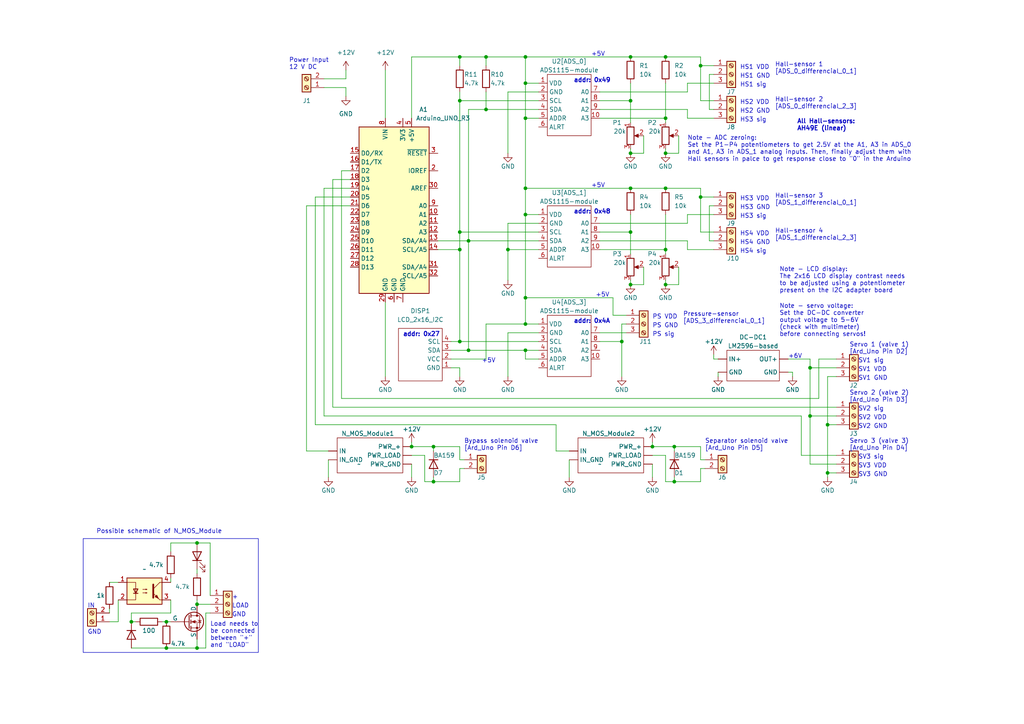
<source format=kicad_sch>
(kicad_sch (version 20230121) (generator eeschema)

  (uuid 2879bb17-22f3-49fb-b11b-9790c05acb83)

  (paper "A4")

  (lib_symbols
    (symbol "Connector:Screw_Terminal_01x02" (pin_names (offset 1.016) hide) (in_bom yes) (on_board yes)
      (property "Reference" "J" (at 0 2.54 0)
        (effects (font (size 1.27 1.27)))
      )
      (property "Value" "Screw_Terminal_01x02" (at 0 -5.08 0)
        (effects (font (size 1.27 1.27)))
      )
      (property "Footprint" "" (at 0 0 0)
        (effects (font (size 1.27 1.27)) hide)
      )
      (property "Datasheet" "~" (at 0 0 0)
        (effects (font (size 1.27 1.27)) hide)
      )
      (property "ki_keywords" "screw terminal" (at 0 0 0)
        (effects (font (size 1.27 1.27)) hide)
      )
      (property "ki_description" "Generic screw terminal, single row, 01x02, script generated (kicad-library-utils/schlib/autogen/connector/)" (at 0 0 0)
        (effects (font (size 1.27 1.27)) hide)
      )
      (property "ki_fp_filters" "TerminalBlock*:*" (at 0 0 0)
        (effects (font (size 1.27 1.27)) hide)
      )
      (symbol "Screw_Terminal_01x02_1_1"
        (rectangle (start -1.27 1.27) (end 1.27 -3.81)
          (stroke (width 0.254) (type default))
          (fill (type background))
        )
        (circle (center 0 -2.54) (radius 0.635)
          (stroke (width 0.1524) (type default))
          (fill (type none))
        )
        (polyline
          (pts
            (xy -0.5334 -2.2098)
            (xy 0.3302 -3.048)
          )
          (stroke (width 0.1524) (type default))
          (fill (type none))
        )
        (polyline
          (pts
            (xy -0.5334 0.3302)
            (xy 0.3302 -0.508)
          )
          (stroke (width 0.1524) (type default))
          (fill (type none))
        )
        (polyline
          (pts
            (xy -0.3556 -2.032)
            (xy 0.508 -2.8702)
          )
          (stroke (width 0.1524) (type default))
          (fill (type none))
        )
        (polyline
          (pts
            (xy -0.3556 0.508)
            (xy 0.508 -0.3302)
          )
          (stroke (width 0.1524) (type default))
          (fill (type none))
        )
        (circle (center 0 0) (radius 0.635)
          (stroke (width 0.1524) (type default))
          (fill (type none))
        )
        (pin passive line (at -5.08 0 0) (length 3.81)
          (name "Pin_1" (effects (font (size 1.27 1.27))))
          (number "1" (effects (font (size 1.27 1.27))))
        )
        (pin passive line (at -5.08 -2.54 0) (length 3.81)
          (name "Pin_2" (effects (font (size 1.27 1.27))))
          (number "2" (effects (font (size 1.27 1.27))))
        )
      )
    )
    (symbol "Connector:Screw_Terminal_01x03" (pin_names (offset 1.016) hide) (in_bom yes) (on_board yes)
      (property "Reference" "J" (at 0 5.08 0)
        (effects (font (size 1.27 1.27)))
      )
      (property "Value" "Screw_Terminal_01x03" (at 0 -5.08 0)
        (effects (font (size 1.27 1.27)))
      )
      (property "Footprint" "" (at 0 0 0)
        (effects (font (size 1.27 1.27)) hide)
      )
      (property "Datasheet" "~" (at 0 0 0)
        (effects (font (size 1.27 1.27)) hide)
      )
      (property "ki_keywords" "screw terminal" (at 0 0 0)
        (effects (font (size 1.27 1.27)) hide)
      )
      (property "ki_description" "Generic screw terminal, single row, 01x03, script generated (kicad-library-utils/schlib/autogen/connector/)" (at 0 0 0)
        (effects (font (size 1.27 1.27)) hide)
      )
      (property "ki_fp_filters" "TerminalBlock*:*" (at 0 0 0)
        (effects (font (size 1.27 1.27)) hide)
      )
      (symbol "Screw_Terminal_01x03_1_1"
        (rectangle (start -1.27 3.81) (end 1.27 -3.81)
          (stroke (width 0.254) (type default))
          (fill (type background))
        )
        (circle (center 0 -2.54) (radius 0.635)
          (stroke (width 0.1524) (type default))
          (fill (type none))
        )
        (polyline
          (pts
            (xy -0.5334 -2.2098)
            (xy 0.3302 -3.048)
          )
          (stroke (width 0.1524) (type default))
          (fill (type none))
        )
        (polyline
          (pts
            (xy -0.5334 0.3302)
            (xy 0.3302 -0.508)
          )
          (stroke (width 0.1524) (type default))
          (fill (type none))
        )
        (polyline
          (pts
            (xy -0.5334 2.8702)
            (xy 0.3302 2.032)
          )
          (stroke (width 0.1524) (type default))
          (fill (type none))
        )
        (polyline
          (pts
            (xy -0.3556 -2.032)
            (xy 0.508 -2.8702)
          )
          (stroke (width 0.1524) (type default))
          (fill (type none))
        )
        (polyline
          (pts
            (xy -0.3556 0.508)
            (xy 0.508 -0.3302)
          )
          (stroke (width 0.1524) (type default))
          (fill (type none))
        )
        (polyline
          (pts
            (xy -0.3556 3.048)
            (xy 0.508 2.2098)
          )
          (stroke (width 0.1524) (type default))
          (fill (type none))
        )
        (circle (center 0 0) (radius 0.635)
          (stroke (width 0.1524) (type default))
          (fill (type none))
        )
        (circle (center 0 2.54) (radius 0.635)
          (stroke (width 0.1524) (type default))
          (fill (type none))
        )
        (pin passive line (at -5.08 2.54 0) (length 3.81)
          (name "Pin_1" (effects (font (size 1.27 1.27))))
          (number "1" (effects (font (size 1.27 1.27))))
        )
        (pin passive line (at -5.08 0 0) (length 3.81)
          (name "Pin_2" (effects (font (size 1.27 1.27))))
          (number "2" (effects (font (size 1.27 1.27))))
        )
        (pin passive line (at -5.08 -2.54 0) (length 3.81)
          (name "Pin_3" (effects (font (size 1.27 1.27))))
          (number "3" (effects (font (size 1.27 1.27))))
        )
      )
    )
    (symbol "Device:D" (pin_numbers hide) (pin_names (offset 1.016) hide) (in_bom yes) (on_board yes)
      (property "Reference" "D" (at 0 2.54 0)
        (effects (font (size 1.27 1.27)))
      )
      (property "Value" "D" (at 0 -2.54 0)
        (effects (font (size 1.27 1.27)))
      )
      (property "Footprint" "" (at 0 0 0)
        (effects (font (size 1.27 1.27)) hide)
      )
      (property "Datasheet" "~" (at 0 0 0)
        (effects (font (size 1.27 1.27)) hide)
      )
      (property "Sim.Device" "D" (at 0 0 0)
        (effects (font (size 1.27 1.27)) hide)
      )
      (property "Sim.Pins" "1=K 2=A" (at 0 0 0)
        (effects (font (size 1.27 1.27)) hide)
      )
      (property "ki_keywords" "diode" (at 0 0 0)
        (effects (font (size 1.27 1.27)) hide)
      )
      (property "ki_description" "Diode" (at 0 0 0)
        (effects (font (size 1.27 1.27)) hide)
      )
      (property "ki_fp_filters" "TO-???* *_Diode_* *SingleDiode* D_*" (at 0 0 0)
        (effects (font (size 1.27 1.27)) hide)
      )
      (symbol "D_0_1"
        (polyline
          (pts
            (xy -1.27 1.27)
            (xy -1.27 -1.27)
          )
          (stroke (width 0.254) (type default))
          (fill (type none))
        )
        (polyline
          (pts
            (xy 1.27 0)
            (xy -1.27 0)
          )
          (stroke (width 0) (type default))
          (fill (type none))
        )
        (polyline
          (pts
            (xy 1.27 1.27)
            (xy 1.27 -1.27)
            (xy -1.27 0)
            (xy 1.27 1.27)
          )
          (stroke (width 0.254) (type default))
          (fill (type none))
        )
      )
      (symbol "D_1_1"
        (pin passive line (at -3.81 0 0) (length 2.54)
          (name "K" (effects (font (size 1.27 1.27))))
          (number "1" (effects (font (size 1.27 1.27))))
        )
        (pin passive line (at 3.81 0 180) (length 2.54)
          (name "A" (effects (font (size 1.27 1.27))))
          (number "2" (effects (font (size 1.27 1.27))))
        )
      )
    )
    (symbol "Device:LED" (pin_numbers hide) (pin_names (offset 1.016) hide) (in_bom yes) (on_board yes)
      (property "Reference" "D" (at 0 2.54 0)
        (effects (font (size 1.27 1.27)))
      )
      (property "Value" "LED" (at 0 -2.54 0)
        (effects (font (size 1.27 1.27)))
      )
      (property "Footprint" "" (at 0 0 0)
        (effects (font (size 1.27 1.27)) hide)
      )
      (property "Datasheet" "~" (at 0 0 0)
        (effects (font (size 1.27 1.27)) hide)
      )
      (property "ki_keywords" "LED diode" (at 0 0 0)
        (effects (font (size 1.27 1.27)) hide)
      )
      (property "ki_description" "Light emitting diode" (at 0 0 0)
        (effects (font (size 1.27 1.27)) hide)
      )
      (property "ki_fp_filters" "LED* LED_SMD:* LED_THT:*" (at 0 0 0)
        (effects (font (size 1.27 1.27)) hide)
      )
      (symbol "LED_0_1"
        (polyline
          (pts
            (xy -1.27 -1.27)
            (xy -1.27 1.27)
          )
          (stroke (width 0.254) (type default))
          (fill (type none))
        )
        (polyline
          (pts
            (xy -1.27 0)
            (xy 1.27 0)
          )
          (stroke (width 0) (type default))
          (fill (type none))
        )
        (polyline
          (pts
            (xy 1.27 -1.27)
            (xy 1.27 1.27)
            (xy -1.27 0)
            (xy 1.27 -1.27)
          )
          (stroke (width 0.254) (type default))
          (fill (type none))
        )
        (polyline
          (pts
            (xy -3.048 -0.762)
            (xy -4.572 -2.286)
            (xy -3.81 -2.286)
            (xy -4.572 -2.286)
            (xy -4.572 -1.524)
          )
          (stroke (width 0) (type default))
          (fill (type none))
        )
        (polyline
          (pts
            (xy -1.778 -0.762)
            (xy -3.302 -2.286)
            (xy -2.54 -2.286)
            (xy -3.302 -2.286)
            (xy -3.302 -1.524)
          )
          (stroke (width 0) (type default))
          (fill (type none))
        )
      )
      (symbol "LED_1_1"
        (pin passive line (at -3.81 0 0) (length 2.54)
          (name "K" (effects (font (size 1.27 1.27))))
          (number "1" (effects (font (size 1.27 1.27))))
        )
        (pin passive line (at 3.81 0 180) (length 2.54)
          (name "A" (effects (font (size 1.27 1.27))))
          (number "2" (effects (font (size 1.27 1.27))))
        )
      )
    )
    (symbol "Device:R" (pin_numbers hide) (pin_names (offset 0)) (in_bom yes) (on_board yes)
      (property "Reference" "R" (at 2.032 0 90)
        (effects (font (size 1.27 1.27)))
      )
      (property "Value" "R" (at 0 0 90)
        (effects (font (size 1.27 1.27)))
      )
      (property "Footprint" "" (at -1.778 0 90)
        (effects (font (size 1.27 1.27)) hide)
      )
      (property "Datasheet" "~" (at 0 0 0)
        (effects (font (size 1.27 1.27)) hide)
      )
      (property "ki_keywords" "R res resistor" (at 0 0 0)
        (effects (font (size 1.27 1.27)) hide)
      )
      (property "ki_description" "Resistor" (at 0 0 0)
        (effects (font (size 1.27 1.27)) hide)
      )
      (property "ki_fp_filters" "R_*" (at 0 0 0)
        (effects (font (size 1.27 1.27)) hide)
      )
      (symbol "R_0_1"
        (rectangle (start -1.016 -2.54) (end 1.016 2.54)
          (stroke (width 0.254) (type default))
          (fill (type none))
        )
      )
      (symbol "R_1_1"
        (pin passive line (at 0 3.81 270) (length 1.27)
          (name "~" (effects (font (size 1.27 1.27))))
          (number "1" (effects (font (size 1.27 1.27))))
        )
        (pin passive line (at 0 -3.81 90) (length 1.27)
          (name "~" (effects (font (size 1.27 1.27))))
          (number "2" (effects (font (size 1.27 1.27))))
        )
      )
    )
    (symbol "Device:R_Potentiometer" (pin_names (offset 1.016) hide) (in_bom yes) (on_board yes)
      (property "Reference" "RV" (at -4.445 0 90)
        (effects (font (size 1.27 1.27)))
      )
      (property "Value" "R_Potentiometer" (at -2.54 0 90)
        (effects (font (size 1.27 1.27)))
      )
      (property "Footprint" "" (at 0 0 0)
        (effects (font (size 1.27 1.27)) hide)
      )
      (property "Datasheet" "~" (at 0 0 0)
        (effects (font (size 1.27 1.27)) hide)
      )
      (property "ki_keywords" "resistor variable" (at 0 0 0)
        (effects (font (size 1.27 1.27)) hide)
      )
      (property "ki_description" "Potentiometer" (at 0 0 0)
        (effects (font (size 1.27 1.27)) hide)
      )
      (property "ki_fp_filters" "Potentiometer*" (at 0 0 0)
        (effects (font (size 1.27 1.27)) hide)
      )
      (symbol "R_Potentiometer_0_1"
        (polyline
          (pts
            (xy 2.54 0)
            (xy 1.524 0)
          )
          (stroke (width 0) (type default))
          (fill (type none))
        )
        (polyline
          (pts
            (xy 1.143 0)
            (xy 2.286 0.508)
            (xy 2.286 -0.508)
            (xy 1.143 0)
          )
          (stroke (width 0) (type default))
          (fill (type outline))
        )
        (rectangle (start 1.016 2.54) (end -1.016 -2.54)
          (stroke (width 0.254) (type default))
          (fill (type none))
        )
      )
      (symbol "R_Potentiometer_1_1"
        (pin passive line (at 0 3.81 270) (length 1.27)
          (name "1" (effects (font (size 1.27 1.27))))
          (number "1" (effects (font (size 1.27 1.27))))
        )
        (pin passive line (at 3.81 0 180) (length 1.27)
          (name "2" (effects (font (size 1.27 1.27))))
          (number "2" (effects (font (size 1.27 1.27))))
        )
        (pin passive line (at 0 -3.81 90) (length 1.27)
          (name "3" (effects (font (size 1.27 1.27))))
          (number "3" (effects (font (size 1.27 1.27))))
        )
      )
    )
    (symbol "EL817_1" (pin_names (offset 1.016)) (in_bom yes) (on_board yes)
      (property "Reference" "U" (at -5.08 5.08 0)
        (effects (font (size 1.27 1.27)) (justify left))
      )
      (property "Value" "EL817" (at 0 5.08 0)
        (effects (font (size 1.27 1.27)) (justify left))
      )
      (property "Footprint" "Package_DIP:DIP-4_W7.62mm" (at -5.08 -5.08 0)
        (effects (font (size 1.27 1.27) italic) (justify left) hide)
      )
      (property "Datasheet" "http://www.everlight.com/file/ProductFile/EL817.pdf" (at 0 0 0)
        (effects (font (size 1.27 1.27)) (justify left) hide)
      )
      (property "ki_keywords" "NPN DC Optocoupler" (at 0 0 0)
        (effects (font (size 1.27 1.27)) hide)
      )
      (property "ki_description" "DC Optocoupler, Vce 35V, DIP-4" (at 0 0 0)
        (effects (font (size 1.27 1.27)) hide)
      )
      (property "ki_fp_filters" "DIP*W7.62mm*" (at 0 0 0)
        (effects (font (size 1.27 1.27)) hide)
      )
      (symbol "EL817_1_0_1"
        (rectangle (start -5.08 3.81) (end 5.08 -3.81)
          (stroke (width 0.254) (type default))
          (fill (type background))
        )
        (polyline
          (pts
            (xy -3.175 -0.635)
            (xy -1.905 -0.635)
          )
          (stroke (width 0.254) (type default))
          (fill (type none))
        )
        (polyline
          (pts
            (xy 2.54 0.635)
            (xy 4.445 2.54)
          )
          (stroke (width 0) (type default))
          (fill (type none))
        )
        (polyline
          (pts
            (xy 4.445 -2.54)
            (xy 2.54 -0.635)
          )
          (stroke (width 0) (type default))
          (fill (type outline))
        )
        (polyline
          (pts
            (xy 4.445 -2.54)
            (xy 5.08 -2.54)
          )
          (stroke (width 0) (type default))
          (fill (type none))
        )
        (polyline
          (pts
            (xy 4.445 2.54)
            (xy 5.08 2.54)
          )
          (stroke (width 0) (type default))
          (fill (type none))
        )
        (polyline
          (pts
            (xy -5.08 2.54)
            (xy -2.54 2.54)
            (xy -2.54 -0.635)
          )
          (stroke (width 0) (type default))
          (fill (type none))
        )
        (polyline
          (pts
            (xy -2.54 -0.635)
            (xy -2.54 -2.54)
            (xy -5.08 -2.54)
          )
          (stroke (width 0) (type default))
          (fill (type none))
        )
        (polyline
          (pts
            (xy 2.54 1.905)
            (xy 2.54 -1.905)
            (xy 2.54 -1.905)
          )
          (stroke (width 0.508) (type default))
          (fill (type none))
        )
        (polyline
          (pts
            (xy -2.54 -0.635)
            (xy -3.175 0.635)
            (xy -1.905 0.635)
            (xy -2.54 -0.635)
          )
          (stroke (width 0.254) (type default))
          (fill (type none))
        )
        (polyline
          (pts
            (xy -0.508 -0.508)
            (xy 0.762 -0.508)
            (xy 0.381 -0.635)
            (xy 0.381 -0.381)
            (xy 0.762 -0.508)
          )
          (stroke (width 0) (type default))
          (fill (type none))
        )
        (polyline
          (pts
            (xy -0.508 0.508)
            (xy 0.762 0.508)
            (xy 0.381 0.381)
            (xy 0.381 0.635)
            (xy 0.762 0.508)
          )
          (stroke (width 0) (type default))
          (fill (type none))
        )
        (polyline
          (pts
            (xy 3.048 -1.651)
            (xy 3.556 -1.143)
            (xy 4.064 -2.159)
            (xy 3.048 -1.651)
            (xy 3.048 -1.651)
          )
          (stroke (width 0) (type default))
          (fill (type outline))
        )
      )
      (symbol "EL817_1_1_1"
        (pin passive line (at -7.62 2.54 0) (length 2.54)
          (name "~" (effects (font (size 1.27 1.27))))
          (number "1" (effects (font (size 1.27 1.27))))
        )
        (pin passive line (at -7.62 -2.54 0) (length 2.54)
          (name "~" (effects (font (size 1.27 1.27))))
          (number "2" (effects (font (size 1.27 1.27))))
        )
        (pin passive line (at 7.62 -2.54 180) (length 2.54)
          (name "~" (effects (font (size 1.27 1.27))))
          (number "3" (effects (font (size 1.27 1.27))))
        )
        (pin passive line (at 7.62 2.54 180) (length 2.54)
          (name "~" (effects (font (size 1.27 1.27))))
          (number "4" (effects (font (size 1.27 1.27))))
        )
      )
    )
    (symbol "HH_custom_Librarary:ADS1115_ADC_module" (in_bom yes) (on_board yes)
      (property "Reference" "U" (at 0 1.27 0)
        (effects (font (size 1.27 1.27)))
      )
      (property "Value" "" (at 0 0 0)
        (effects (font (size 1.27 1.27)))
      )
      (property "Footprint" "" (at 0 0 0)
        (effects (font (size 1.27 1.27)) hide)
      )
      (property "Datasheet" "" (at 0 0 0)
        (effects (font (size 1.27 1.27)) hide)
      )
      (symbol "ADS1115_ADC_module_1_1"
        (rectangle (start -6.35 0) (end 6.35 -17.78)
          (stroke (width 0) (type default))
          (fill (type none))
        )
        (pin power_in line (at -8.89 -2.54 0) (length 2.54)
          (name "VDD" (effects (font (size 1.27 1.27))))
          (number "1" (effects (font (size 1.27 1.27))))
        )
        (pin input line (at 8.89 -12.7 180) (length 2.54)
          (name "A3" (effects (font (size 1.27 1.27))))
          (number "10" (effects (font (size 1.27 1.27))))
        )
        (pin power_in line (at -8.89 -5.08 0) (length 2.54)
          (name "GND" (effects (font (size 1.27 1.27))))
          (number "2" (effects (font (size 1.27 1.27))))
        )
        (pin bidirectional line (at -8.89 -7.62 0) (length 2.54)
          (name "SCL" (effects (font (size 1.27 1.27))))
          (number "3" (effects (font (size 1.27 1.27))))
        )
        (pin bidirectional line (at -8.89 -10.16 0) (length 2.54)
          (name "SDA" (effects (font (size 1.27 1.27))))
          (number "4" (effects (font (size 1.27 1.27))))
        )
        (pin bidirectional line (at -8.89 -12.7 0) (length 2.54)
          (name "ADDR" (effects (font (size 1.27 1.27))))
          (number "5" (effects (font (size 1.27 1.27))))
        )
        (pin bidirectional line (at -8.89 -15.24 0) (length 2.54)
          (name "ALRT" (effects (font (size 1.27 1.27))))
          (number "6" (effects (font (size 1.27 1.27))))
        )
        (pin input line (at 8.89 -5.08 180) (length 2.54)
          (name "A0" (effects (font (size 1.27 1.27))))
          (number "7" (effects (font (size 1.27 1.27))))
        )
        (pin input line (at 8.89 -7.62 180) (length 2.54)
          (name "A1" (effects (font (size 1.27 1.27))))
          (number "8" (effects (font (size 1.27 1.27))))
        )
        (pin input line (at 8.89 -10.16 180) (length 2.54)
          (name "A2" (effects (font (size 1.27 1.27))))
          (number "9" (effects (font (size 1.27 1.27))))
        )
      )
    )
    (symbol "HH_custom_Librarary:LCD_2x16_HD44780_I2C" (in_bom yes) (on_board yes)
      (property "Reference" "DIS" (at 1.27 3.81 0)
        (effects (font (size 1.27 1.27)))
      )
      (property "Value" "LCD_2x16_I2C" (at 1.27 -6.35 90)
        (effects (font (size 1.27 1.27)))
      )
      (property "Footprint" "" (at 0 0 0)
        (effects (font (size 1.27 1.27)) hide)
      )
      (property "Datasheet" "" (at 0 0 0)
        (effects (font (size 1.27 1.27)) hide)
      )
      (symbol "LCD_2x16_HD44780_I2C_0_1"
        (rectangle (start -5.08 1.27) (end 7.62 -13.97)
          (stroke (width 0) (type default))
          (fill (type none))
        )
      )
      (symbol "LCD_2x16_HD44780_I2C_1_1"
        (pin power_in line (at -7.62 -2.54 0) (length 2.54)
          (name "GND" (effects (font (size 1.27 1.27))))
          (number "1" (effects (font (size 1.27 1.27))))
        )
        (pin power_in line (at -7.62 -5.08 0) (length 2.54)
          (name "VCC" (effects (font (size 1.27 1.27))))
          (number "2" (effects (font (size 1.27 1.27))))
        )
        (pin input line (at -7.62 -7.62 0) (length 2.54)
          (name "SDA" (effects (font (size 1.27 1.27))))
          (number "3" (effects (font (size 1.27 1.27))))
        )
        (pin input line (at -7.62 -10.16 0) (length 2.54)
          (name "SCL" (effects (font (size 1.27 1.27))))
          (number "4" (effects (font (size 1.27 1.27))))
        )
      )
    )
    (symbol "HH_custom_Librarary:MOSFET_Module" (in_bom yes) (on_board yes)
      (property "Reference" "N_MOS_MODULE" (at 1.27 8.89 0)
        (effects (font (size 1.27 1.27)))
      )
      (property "Value" "" (at 0 0 0)
        (effects (font (size 1.27 1.27)))
      )
      (property "Footprint" "" (at 0 0 0)
        (effects (font (size 1.27 1.27)) hide)
      )
      (property "Datasheet" "" (at 0 0 0)
        (effects (font (size 1.27 1.27)) hide)
      )
      (symbol "MOSFET_Module_0_1"
        (rectangle (start -6.35 7.62) (end 12.7 -2.54)
          (stroke (width 0) (type default))
          (fill (type none))
        )
      )
      (symbol "MOSFET_Module_1_1"
        (pin input line (at -8.89 3.81 0) (length 2.54)
          (name "IN" (effects (font (size 1.27 1.27))))
          (number "" (effects (font (size 1.27 1.27))))
        )
        (pin input line (at -8.89 1.27 0) (length 2.54)
          (name "IN_GND" (effects (font (size 1.27 1.27))))
          (number "" (effects (font (size 1.27 1.27))))
        )
        (pin power_in line (at 15.24 5.08 180) (length 2.54)
          (name "PWR_+" (effects (font (size 1.27 1.27))))
          (number "" (effects (font (size 1.27 1.27))))
        )
        (pin power_in line (at 15.24 0 180) (length 2.54)
          (name "PWR_GND" (effects (font (size 1.27 1.27))))
          (number "" (effects (font (size 1.27 1.27))))
        )
        (pin power_out line (at 15.24 2.54 180) (length 2.54)
          (name "PWR_LOAD" (effects (font (size 1.27 1.27))))
          (number "" (effects (font (size 1.27 1.27))))
        )
      )
    )
    (symbol "HH_custom_Librarary:StepDown_DC_DC_converter" (in_bom yes) (on_board yes)
      (property "Reference" "DC_DC" (at -12.7 8.89 0)
        (effects (font (size 1.27 1.27)))
      )
      (property "Value" "" (at -1.27 0 0)
        (effects (font (size 1.27 1.27)))
      )
      (property "Footprint" "" (at -1.27 0 0)
        (effects (font (size 1.27 1.27)) hide)
      )
      (property "Datasheet" "" (at -1.27 0 0)
        (effects (font (size 1.27 1.27)) hide)
      )
      (symbol "StepDown_DC_DC_converter_0_1"
        (rectangle (start -17.78 6.35) (end -2.54 -2.54)
          (stroke (width 0) (type default))
          (fill (type none))
        )
      )
      (symbol "StepDown_DC_DC_converter_1_1"
        (pin input line (at -20.32 0 0) (length 2.54)
          (name "GND" (effects (font (size 1.27 1.27))))
          (number "" (effects (font (size 1.27 1.27))))
        )
        (pin output line (at 0 0 180) (length 2.54)
          (name "GND" (effects (font (size 1.27 1.27))))
          (number "" (effects (font (size 1.27 1.27))))
        )
        (pin input line (at -20.32 3.81 0) (length 2.54)
          (name "IN+" (effects (font (size 1.27 1.27))))
          (number "" (effects (font (size 1.27 1.27))))
        )
        (pin output line (at 0 3.81 180) (length 2.54)
          (name "OUT+" (effects (font (size 1.27 1.27))))
          (number "" (effects (font (size 1.27 1.27))))
        )
      )
    )
    (symbol "MCU_Module:Arduino_UNO_R3" (in_bom yes) (on_board yes)
      (property "Reference" "A" (at -10.16 23.495 0)
        (effects (font (size 1.27 1.27)) (justify left bottom))
      )
      (property "Value" "Arduino_UNO_R3" (at 5.08 -26.67 0)
        (effects (font (size 1.27 1.27)) (justify left top))
      )
      (property "Footprint" "Module:Arduino_UNO_R3" (at 0 0 0)
        (effects (font (size 1.27 1.27) italic) hide)
      )
      (property "Datasheet" "https://www.arduino.cc/en/Main/arduinoBoardUno" (at 0 0 0)
        (effects (font (size 1.27 1.27)) hide)
      )
      (property "ki_keywords" "Arduino UNO R3 Microcontroller Module Atmel AVR USB" (at 0 0 0)
        (effects (font (size 1.27 1.27)) hide)
      )
      (property "ki_description" "Arduino UNO Microcontroller Module, release 3" (at 0 0 0)
        (effects (font (size 1.27 1.27)) hide)
      )
      (property "ki_fp_filters" "Arduino*UNO*R3*" (at 0 0 0)
        (effects (font (size 1.27 1.27)) hide)
      )
      (symbol "Arduino_UNO_R3_0_1"
        (rectangle (start -10.16 22.86) (end 10.16 -25.4)
          (stroke (width 0.254) (type default))
          (fill (type background))
        )
      )
      (symbol "Arduino_UNO_R3_1_1"
        (pin no_connect line (at -10.16 -20.32 0) (length 2.54) hide
          (name "NC" (effects (font (size 1.27 1.27))))
          (number "1" (effects (font (size 1.27 1.27))))
        )
        (pin bidirectional line (at 12.7 -2.54 180) (length 2.54)
          (name "A1" (effects (font (size 1.27 1.27))))
          (number "10" (effects (font (size 1.27 1.27))))
        )
        (pin bidirectional line (at 12.7 -5.08 180) (length 2.54)
          (name "A2" (effects (font (size 1.27 1.27))))
          (number "11" (effects (font (size 1.27 1.27))))
        )
        (pin bidirectional line (at 12.7 -7.62 180) (length 2.54)
          (name "A3" (effects (font (size 1.27 1.27))))
          (number "12" (effects (font (size 1.27 1.27))))
        )
        (pin bidirectional line (at 12.7 -10.16 180) (length 2.54)
          (name "SDA/A4" (effects (font (size 1.27 1.27))))
          (number "13" (effects (font (size 1.27 1.27))))
        )
        (pin bidirectional line (at 12.7 -12.7 180) (length 2.54)
          (name "SCL/A5" (effects (font (size 1.27 1.27))))
          (number "14" (effects (font (size 1.27 1.27))))
        )
        (pin bidirectional line (at -12.7 15.24 0) (length 2.54)
          (name "D0/RX" (effects (font (size 1.27 1.27))))
          (number "15" (effects (font (size 1.27 1.27))))
        )
        (pin bidirectional line (at -12.7 12.7 0) (length 2.54)
          (name "D1/TX" (effects (font (size 1.27 1.27))))
          (number "16" (effects (font (size 1.27 1.27))))
        )
        (pin bidirectional line (at -12.7 10.16 0) (length 2.54)
          (name "D2" (effects (font (size 1.27 1.27))))
          (number "17" (effects (font (size 1.27 1.27))))
        )
        (pin bidirectional line (at -12.7 7.62 0) (length 2.54)
          (name "D3" (effects (font (size 1.27 1.27))))
          (number "18" (effects (font (size 1.27 1.27))))
        )
        (pin bidirectional line (at -12.7 5.08 0) (length 2.54)
          (name "D4" (effects (font (size 1.27 1.27))))
          (number "19" (effects (font (size 1.27 1.27))))
        )
        (pin output line (at 12.7 10.16 180) (length 2.54)
          (name "IOREF" (effects (font (size 1.27 1.27))))
          (number "2" (effects (font (size 1.27 1.27))))
        )
        (pin bidirectional line (at -12.7 2.54 0) (length 2.54)
          (name "D5" (effects (font (size 1.27 1.27))))
          (number "20" (effects (font (size 1.27 1.27))))
        )
        (pin bidirectional line (at -12.7 0 0) (length 2.54)
          (name "D6" (effects (font (size 1.27 1.27))))
          (number "21" (effects (font (size 1.27 1.27))))
        )
        (pin bidirectional line (at -12.7 -2.54 0) (length 2.54)
          (name "D7" (effects (font (size 1.27 1.27))))
          (number "22" (effects (font (size 1.27 1.27))))
        )
        (pin bidirectional line (at -12.7 -5.08 0) (length 2.54)
          (name "D8" (effects (font (size 1.27 1.27))))
          (number "23" (effects (font (size 1.27 1.27))))
        )
        (pin bidirectional line (at -12.7 -7.62 0) (length 2.54)
          (name "D9" (effects (font (size 1.27 1.27))))
          (number "24" (effects (font (size 1.27 1.27))))
        )
        (pin bidirectional line (at -12.7 -10.16 0) (length 2.54)
          (name "D10" (effects (font (size 1.27 1.27))))
          (number "25" (effects (font (size 1.27 1.27))))
        )
        (pin bidirectional line (at -12.7 -12.7 0) (length 2.54)
          (name "D11" (effects (font (size 1.27 1.27))))
          (number "26" (effects (font (size 1.27 1.27))))
        )
        (pin bidirectional line (at -12.7 -15.24 0) (length 2.54)
          (name "D12" (effects (font (size 1.27 1.27))))
          (number "27" (effects (font (size 1.27 1.27))))
        )
        (pin bidirectional line (at -12.7 -17.78 0) (length 2.54)
          (name "D13" (effects (font (size 1.27 1.27))))
          (number "28" (effects (font (size 1.27 1.27))))
        )
        (pin power_in line (at -2.54 -27.94 90) (length 2.54)
          (name "GND" (effects (font (size 1.27 1.27))))
          (number "29" (effects (font (size 1.27 1.27))))
        )
        (pin input line (at 12.7 15.24 180) (length 2.54)
          (name "~{RESET}" (effects (font (size 1.27 1.27))))
          (number "3" (effects (font (size 1.27 1.27))))
        )
        (pin input line (at 12.7 5.08 180) (length 2.54)
          (name "AREF" (effects (font (size 1.27 1.27))))
          (number "30" (effects (font (size 1.27 1.27))))
        )
        (pin bidirectional line (at 12.7 -17.78 180) (length 2.54)
          (name "SDA/A4" (effects (font (size 1.27 1.27))))
          (number "31" (effects (font (size 1.27 1.27))))
        )
        (pin bidirectional line (at 12.7 -20.32 180) (length 2.54)
          (name "SCL/A5" (effects (font (size 1.27 1.27))))
          (number "32" (effects (font (size 1.27 1.27))))
        )
        (pin power_out line (at 2.54 25.4 270) (length 2.54)
          (name "3V3" (effects (font (size 1.27 1.27))))
          (number "4" (effects (font (size 1.27 1.27))))
        )
        (pin power_out line (at 5.08 25.4 270) (length 2.54)
          (name "+5V" (effects (font (size 1.27 1.27))))
          (number "5" (effects (font (size 1.27 1.27))))
        )
        (pin power_in line (at 0 -27.94 90) (length 2.54)
          (name "GND" (effects (font (size 1.27 1.27))))
          (number "6" (effects (font (size 1.27 1.27))))
        )
        (pin power_in line (at 2.54 -27.94 90) (length 2.54)
          (name "GND" (effects (font (size 1.27 1.27))))
          (number "7" (effects (font (size 1.27 1.27))))
        )
        (pin power_in line (at -2.54 25.4 270) (length 2.54)
          (name "VIN" (effects (font (size 1.27 1.27))))
          (number "8" (effects (font (size 1.27 1.27))))
        )
        (pin bidirectional line (at 12.7 0 180) (length 2.54)
          (name "A0" (effects (font (size 1.27 1.27))))
          (number "9" (effects (font (size 1.27 1.27))))
        )
      )
    )
    (symbol "Simulation_SPICE:NMOS" (pin_numbers hide) (pin_names (offset 0)) (in_bom yes) (on_board yes)
      (property "Reference" "Q" (at 5.08 1.27 0)
        (effects (font (size 1.27 1.27)) (justify left))
      )
      (property "Value" "NMOS" (at 5.08 -1.27 0)
        (effects (font (size 1.27 1.27)) (justify left))
      )
      (property "Footprint" "" (at 5.08 2.54 0)
        (effects (font (size 1.27 1.27)) hide)
      )
      (property "Datasheet" "https://ngspice.sourceforge.io/docs/ngspice-manual.pdf" (at 0 -12.7 0)
        (effects (font (size 1.27 1.27)) hide)
      )
      (property "Sim.Device" "NMOS" (at 0 -17.145 0)
        (effects (font (size 1.27 1.27)) hide)
      )
      (property "Sim.Type" "VDMOS" (at 0 -19.05 0)
        (effects (font (size 1.27 1.27)) hide)
      )
      (property "Sim.Pins" "1=D 2=G 3=S" (at 0 -15.24 0)
        (effects (font (size 1.27 1.27)) hide)
      )
      (property "ki_keywords" "transistor NMOS N-MOS N-MOSFET simulation" (at 0 0 0)
        (effects (font (size 1.27 1.27)) hide)
      )
      (property "ki_description" "N-MOSFET transistor, drain/source/gate" (at 0 0 0)
        (effects (font (size 1.27 1.27)) hide)
      )
      (symbol "NMOS_0_1"
        (polyline
          (pts
            (xy 0.254 0)
            (xy -2.54 0)
          )
          (stroke (width 0) (type default))
          (fill (type none))
        )
        (polyline
          (pts
            (xy 0.254 1.905)
            (xy 0.254 -1.905)
          )
          (stroke (width 0.254) (type default))
          (fill (type none))
        )
        (polyline
          (pts
            (xy 0.762 -1.27)
            (xy 0.762 -2.286)
          )
          (stroke (width 0.254) (type default))
          (fill (type none))
        )
        (polyline
          (pts
            (xy 0.762 0.508)
            (xy 0.762 -0.508)
          )
          (stroke (width 0.254) (type default))
          (fill (type none))
        )
        (polyline
          (pts
            (xy 0.762 2.286)
            (xy 0.762 1.27)
          )
          (stroke (width 0.254) (type default))
          (fill (type none))
        )
        (polyline
          (pts
            (xy 2.54 2.54)
            (xy 2.54 1.778)
          )
          (stroke (width 0) (type default))
          (fill (type none))
        )
        (polyline
          (pts
            (xy 2.54 -2.54)
            (xy 2.54 0)
            (xy 0.762 0)
          )
          (stroke (width 0) (type default))
          (fill (type none))
        )
        (polyline
          (pts
            (xy 0.762 -1.778)
            (xy 3.302 -1.778)
            (xy 3.302 1.778)
            (xy 0.762 1.778)
          )
          (stroke (width 0) (type default))
          (fill (type none))
        )
        (polyline
          (pts
            (xy 1.016 0)
            (xy 2.032 0.381)
            (xy 2.032 -0.381)
            (xy 1.016 0)
          )
          (stroke (width 0) (type default))
          (fill (type outline))
        )
        (polyline
          (pts
            (xy 2.794 0.508)
            (xy 2.921 0.381)
            (xy 3.683 0.381)
            (xy 3.81 0.254)
          )
          (stroke (width 0) (type default))
          (fill (type none))
        )
        (polyline
          (pts
            (xy 3.302 0.381)
            (xy 2.921 -0.254)
            (xy 3.683 -0.254)
            (xy 3.302 0.381)
          )
          (stroke (width 0) (type default))
          (fill (type none))
        )
        (circle (center 1.651 0) (radius 2.794)
          (stroke (width 0.254) (type default))
          (fill (type none))
        )
        (circle (center 2.54 -1.778) (radius 0.254)
          (stroke (width 0) (type default))
          (fill (type outline))
        )
        (circle (center 2.54 1.778) (radius 0.254)
          (stroke (width 0) (type default))
          (fill (type outline))
        )
      )
      (symbol "NMOS_1_1"
        (pin passive line (at 2.54 5.08 270) (length 2.54)
          (name "D" (effects (font (size 1.27 1.27))))
          (number "1" (effects (font (size 1.27 1.27))))
        )
        (pin input line (at -5.08 0 0) (length 2.54)
          (name "G" (effects (font (size 1.27 1.27))))
          (number "2" (effects (font (size 1.27 1.27))))
        )
        (pin passive line (at 2.54 -5.08 90) (length 2.54)
          (name "S" (effects (font (size 1.27 1.27))))
          (number "3" (effects (font (size 1.27 1.27))))
        )
      )
    )
    (symbol "power:+12V" (power) (pin_names (offset 0)) (in_bom yes) (on_board yes)
      (property "Reference" "#PWR" (at 0 -3.81 0)
        (effects (font (size 1.27 1.27)) hide)
      )
      (property "Value" "+12V" (at 0 3.556 0)
        (effects (font (size 1.27 1.27)))
      )
      (property "Footprint" "" (at 0 0 0)
        (effects (font (size 1.27 1.27)) hide)
      )
      (property "Datasheet" "" (at 0 0 0)
        (effects (font (size 1.27 1.27)) hide)
      )
      (property "ki_keywords" "global power" (at 0 0 0)
        (effects (font (size 1.27 1.27)) hide)
      )
      (property "ki_description" "Power symbol creates a global label with name \"+12V\"" (at 0 0 0)
        (effects (font (size 1.27 1.27)) hide)
      )
      (symbol "+12V_0_1"
        (polyline
          (pts
            (xy -0.762 1.27)
            (xy 0 2.54)
          )
          (stroke (width 0) (type default))
          (fill (type none))
        )
        (polyline
          (pts
            (xy 0 0)
            (xy 0 2.54)
          )
          (stroke (width 0) (type default))
          (fill (type none))
        )
        (polyline
          (pts
            (xy 0 2.54)
            (xy 0.762 1.27)
          )
          (stroke (width 0) (type default))
          (fill (type none))
        )
      )
      (symbol "+12V_1_1"
        (pin power_in line (at 0 0 90) (length 0) hide
          (name "+12V" (effects (font (size 1.27 1.27))))
          (number "1" (effects (font (size 1.27 1.27))))
        )
      )
    )
    (symbol "power:GND" (power) (pin_names (offset 0)) (in_bom yes) (on_board yes)
      (property "Reference" "#PWR" (at 0 -6.35 0)
        (effects (font (size 1.27 1.27)) hide)
      )
      (property "Value" "GND" (at 0 -3.81 0)
        (effects (font (size 1.27 1.27)))
      )
      (property "Footprint" "" (at 0 0 0)
        (effects (font (size 1.27 1.27)) hide)
      )
      (property "Datasheet" "" (at 0 0 0)
        (effects (font (size 1.27 1.27)) hide)
      )
      (property "ki_keywords" "global power" (at 0 0 0)
        (effects (font (size 1.27 1.27)) hide)
      )
      (property "ki_description" "Power symbol creates a global label with name \"GND\" , ground" (at 0 0 0)
        (effects (font (size 1.27 1.27)) hide)
      )
      (symbol "GND_0_1"
        (polyline
          (pts
            (xy 0 0)
            (xy 0 -1.27)
            (xy 1.27 -1.27)
            (xy 0 -2.54)
            (xy -1.27 -1.27)
            (xy 0 -1.27)
          )
          (stroke (width 0) (type default))
          (fill (type none))
        )
      )
      (symbol "GND_1_1"
        (pin power_in line (at 0 0 270) (length 0) hide
          (name "GND" (effects (font (size 1.27 1.27))))
          (number "1" (effects (font (size 1.27 1.27))))
        )
      )
    )
  )

  (junction (at 182.88 29.21) (diameter 0) (color 0 0 0 0)
    (uuid 01616879-61f5-40e3-a868-6775fbceb5ae)
  )
  (junction (at 133.35 99.06) (diameter 0) (color 0 0 0 0)
    (uuid 02ec6539-1644-4e4e-a991-bbf12edd9491)
  )
  (junction (at 57.15 187.96) (diameter 0) (color 0 0 0 0)
    (uuid 0e7e5b02-69fa-44ad-8a5e-e74bb693eb65)
  )
  (junction (at 119.38 129.54) (diameter 0) (color 0 0 0 0)
    (uuid 1174075a-7bed-4ef1-829f-68394a7d631e)
  )
  (junction (at 133.35 29.21) (diameter 0) (color 0 0 0 0)
    (uuid 1afdfdcf-379c-4e79-8700-2d806eb15262)
  )
  (junction (at 152.4 24.13) (diameter 0) (color 0 0 0 0)
    (uuid 1d47d3f7-8da7-4d07-9faf-341da6b99e1f)
  )
  (junction (at 203.2 19.05) (diameter 0) (color 0 0 0 0)
    (uuid 1e7308d3-e049-40fb-abd7-da0c2d52a310)
  )
  (junction (at 240.03 123.19) (diameter 0) (color 0 0 0 0)
    (uuid 1f36a8ed-fe4b-4ce3-b742-62fb263f57e0)
  )
  (junction (at 203.2 57.15) (diameter 0) (color 0 0 0 0)
    (uuid 2040acbf-7d74-45f6-9fce-f6e7f0ef4168)
  )
  (junction (at 234.95 120.65) (diameter 0) (color 0 0 0 0)
    (uuid 2089f86c-2e06-46e6-9819-6f11014e4243)
  )
  (junction (at 140.97 31.75) (diameter 0) (color 0 0 0 0)
    (uuid 233d8577-6620-42b9-a384-2c5ad50f8837)
  )
  (junction (at 152.4 16.51) (diameter 0) (color 0 0 0 0)
    (uuid 24fa0532-21bb-479c-ab12-94e3cc9d5491)
  )
  (junction (at 140.97 16.51) (diameter 0) (color 0 0 0 0)
    (uuid 27386dbd-678d-4b63-8708-fb6dc304e1d7)
  )
  (junction (at 147.32 72.39) (diameter 0) (color 0 0 0 0)
    (uuid 2fec993d-cfa5-4c38-bff8-12120bb7ad6d)
  )
  (junction (at 135.89 101.6) (diameter 0) (color 0 0 0 0)
    (uuid 3a148413-ee81-414f-ad59-0eb2aa36f726)
  )
  (junction (at 193.04 44.45) (diameter 0) (color 0 0 0 0)
    (uuid 40c22b38-d33e-44de-9524-e5a9d2b05589)
  )
  (junction (at 195.58 129.54) (diameter 0) (color 0 0 0 0)
    (uuid 41c99ac9-4548-432e-8c72-cb3b3396847a)
  )
  (junction (at 125.73 139.7) (diameter 0) (color 0 0 0 0)
    (uuid 423ce372-80b8-4fa6-82fd-2a68e2a6164e)
  )
  (junction (at 193.04 16.51) (diameter 0) (color 0 0 0 0)
    (uuid 43b36590-31b2-4971-b373-4e3de9f5a8ad)
  )
  (junction (at 193.04 54.61) (diameter 0) (color 0 0 0 0)
    (uuid 44846a4f-a777-4149-9bb8-4bba65574d42)
  )
  (junction (at 133.35 72.39) (diameter 0) (color 0 0 0 0)
    (uuid 453c7952-a6c9-4487-a1a1-8855e9544bc3)
  )
  (junction (at 135.89 69.85) (diameter 0) (color 0 0 0 0)
    (uuid 530a9503-20cf-4821-b1b3-11adcc697ade)
  )
  (junction (at 48.26 180.34) (diameter 0) (color 0 0 0 0)
    (uuid 5b9b9f78-c6b7-4b7a-8205-07dc72bfc463)
  )
  (junction (at 240.03 137.16) (diameter 0) (color 0 0 0 0)
    (uuid 660cd1ee-66bf-41b2-9b77-c01fbecadb15)
  )
  (junction (at 182.88 44.45) (diameter 0) (color 0 0 0 0)
    (uuid 6ad9a509-898a-45a3-9e20-6b3fa4baa72e)
  )
  (junction (at 189.23 129.54) (diameter 0) (color 0 0 0 0)
    (uuid 72fecaec-66f0-4247-ae5e-a1b6a611c253)
  )
  (junction (at 152.4 34.29) (diameter 0) (color 0 0 0 0)
    (uuid 80e6e495-d367-4362-8b7f-23a257230290)
  )
  (junction (at 133.35 67.31) (diameter 0) (color 0 0 0 0)
    (uuid 8164058a-2df0-4bfa-ad98-dffd5aa91b3a)
  )
  (junction (at 38.1 180.34) (diameter 0) (color 0 0 0 0)
    (uuid 82362496-7178-4a38-a720-7f5d8abbdf29)
  )
  (junction (at 152.4 93.98) (diameter 0) (color 0 0 0 0)
    (uuid 8af06b97-8e8d-41c4-9c20-719efca89ae8)
  )
  (junction (at 193.04 34.29) (diameter 0) (color 0 0 0 0)
    (uuid 990b194e-2cbe-4f40-8322-e30d596a0533)
  )
  (junction (at 180.34 99.06) (diameter 0) (color 0 0 0 0)
    (uuid a0e6279c-f430-41bd-afb6-bac8f490b35f)
  )
  (junction (at 193.04 82.55) (diameter 0) (color 0 0 0 0)
    (uuid ac0c3afe-1bb6-4903-9415-cf22b39f3e6e)
  )
  (junction (at 125.73 129.54) (diameter 0) (color 0 0 0 0)
    (uuid b1b3da65-f248-423a-983f-0007cdea9e10)
  )
  (junction (at 57.15 175.26) (diameter 0) (color 0 0 0 0)
    (uuid c3d25b38-bed6-4201-92c2-4fc0f229a90a)
  )
  (junction (at 182.88 16.51) (diameter 0) (color 0 0 0 0)
    (uuid c47698f3-17db-419f-a488-3d5f8f253a7c)
  )
  (junction (at 182.88 82.55) (diameter 0) (color 0 0 0 0)
    (uuid cbb99b13-1e34-4cf0-b193-7b9100c52c67)
  )
  (junction (at 133.35 16.51) (diameter 0) (color 0 0 0 0)
    (uuid d19dbe71-15b8-4855-88b8-72d9522d6c02)
  )
  (junction (at 152.4 101.6) (diameter 0) (color 0 0 0 0)
    (uuid d21042b2-99fe-4fd5-9146-50f4a47f66d0)
  )
  (junction (at 195.58 139.7) (diameter 0) (color 0 0 0 0)
    (uuid d34b8071-1f22-4d59-a523-5736004680d9)
  )
  (junction (at 152.4 86.36) (diameter 0) (color 0 0 0 0)
    (uuid d4721a83-df11-4cec-bd46-3a26d76ba90f)
  )
  (junction (at 152.4 62.23) (diameter 0) (color 0 0 0 0)
    (uuid e6d46bec-e6ec-490d-aa2f-3d52d75d68eb)
  )
  (junction (at 48.26 187.96) (diameter 0) (color 0 0 0 0)
    (uuid e7bb7320-2549-4b9e-acd5-6e85f453f9b8)
  )
  (junction (at 57.15 157.48) (diameter 0) (color 0 0 0 0)
    (uuid e7f31a43-404a-4091-939b-d814eb71e0ee)
  )
  (junction (at 182.88 54.61) (diameter 0) (color 0 0 0 0)
    (uuid eac92989-0413-4856-848f-a3555ed140b7)
  )
  (junction (at 182.88 67.31) (diameter 0) (color 0 0 0 0)
    (uuid f3ae1dce-a5f1-4ecb-82f2-aaa779c21a0e)
  )
  (junction (at 234.95 106.68) (diameter 0) (color 0 0 0 0)
    (uuid f4634eab-7810-42a1-a266-a9bb47e45378)
  )
  (junction (at 193.04 72.39) (diameter 0) (color 0 0 0 0)
    (uuid f4fb4b73-5e81-4f57-a9ce-1ba4fb3dbf8e)
  )
  (junction (at 152.4 54.61) (diameter 0) (color 0 0 0 0)
    (uuid f6926c0f-2017-4196-b002-6b4b566514e4)
  )

  (wire (pts (xy 130.81 104.14) (xy 140.97 104.14))
    (stroke (width 0) (type default))
    (uuid 04a615fc-3e81-4da6-8808-387e2bc70a10)
  )
  (wire (pts (xy 240.03 123.19) (xy 240.03 137.16))
    (stroke (width 0) (type default))
    (uuid 063e317c-3548-4028-973d-922062610300)
  )
  (wire (pts (xy 133.35 106.68) (xy 133.35 109.22))
    (stroke (width 0) (type default))
    (uuid 0737612c-325f-4d9f-a4be-523bd4f5f787)
  )
  (wire (pts (xy 49.53 160.02) (xy 49.53 157.48))
    (stroke (width 0) (type default))
    (uuid 07999911-cb56-40fe-8807-2c0ed0b4bb06)
  )
  (wire (pts (xy 88.9 59.69) (xy 88.9 130.81))
    (stroke (width 0) (type default))
    (uuid 07e8924c-fcda-42d6-841d-a9f2c06b3e0e)
  )
  (wire (pts (xy 240.03 109.22) (xy 240.03 123.19))
    (stroke (width 0) (type default))
    (uuid 08dfaa30-300e-49c6-adfb-477e027bc17f)
  )
  (wire (pts (xy 140.97 93.98) (xy 152.4 93.98))
    (stroke (width 0) (type default))
    (uuid 0a9a8a12-0028-487e-9855-010765b7c7f4)
  )
  (wire (pts (xy 133.35 139.7) (xy 133.35 135.89))
    (stroke (width 0) (type default))
    (uuid 0b38023a-5e96-494b-9b77-1358a8700413)
  )
  (wire (pts (xy 182.88 24.13) (xy 182.88 29.21))
    (stroke (width 0) (type default))
    (uuid 0c81ae8e-9d45-416d-81c6-b8482bd712ab)
  )
  (wire (pts (xy 133.35 16.51) (xy 140.97 16.51))
    (stroke (width 0) (type default))
    (uuid 0d5bbbbf-0d02-4bda-9e17-fc52713a4e4d)
  )
  (wire (pts (xy 130.81 106.68) (xy 133.35 106.68))
    (stroke (width 0) (type default))
    (uuid 0deb6378-862c-4c3e-8c3a-20bc72584058)
  )
  (wire (pts (xy 234.95 106.68) (xy 234.95 120.65))
    (stroke (width 0) (type default))
    (uuid 0e426947-b892-4ec1-9f3e-2cb543d9d1fd)
  )
  (wire (pts (xy 177.8 91.44) (xy 177.8 86.36))
    (stroke (width 0) (type default))
    (uuid 0fd0ce3e-a732-41c4-9a8c-6173a8289563)
  )
  (wire (pts (xy 119.38 34.29) (xy 119.38 16.51))
    (stroke (width 0) (type default))
    (uuid 0ff415a7-92a0-4109-b65f-ef34394b252e)
  )
  (wire (pts (xy 152.4 104.14) (xy 152.4 101.6))
    (stroke (width 0) (type default))
    (uuid 10a484c9-e795-4629-96f2-dfe3a5cc3aa7)
  )
  (wire (pts (xy 203.2 57.15) (xy 203.2 67.31))
    (stroke (width 0) (type default))
    (uuid 1196aab4-5663-479b-98d6-f705bd227a00)
  )
  (wire (pts (xy 152.4 54.61) (xy 182.88 54.61))
    (stroke (width 0) (type default))
    (uuid 1286affb-555f-470a-a471-a90bfc320fa2)
  )
  (wire (pts (xy 193.04 16.51) (xy 182.88 16.51))
    (stroke (width 0) (type default))
    (uuid 16ef2fa4-e7c3-40a2-9011-fd10c23d0ae4)
  )
  (wire (pts (xy 193.04 62.23) (xy 193.04 72.39))
    (stroke (width 0) (type default))
    (uuid 17d3180f-f2e3-46a5-9d67-6dbb14c2034a)
  )
  (wire (pts (xy 234.95 120.65) (xy 242.57 120.65))
    (stroke (width 0) (type default))
    (uuid 1b057ff4-1878-4219-8f81-c8c6aae05b2c)
  )
  (wire (pts (xy 242.57 134.62) (xy 234.95 134.62))
    (stroke (width 0) (type default))
    (uuid 1da682f7-24c7-451f-ade0-1ac0d5deecb6)
  )
  (wire (pts (xy 130.81 101.6) (xy 135.89 101.6))
    (stroke (width 0) (type default))
    (uuid 1e6b40a7-b949-4711-97be-484f3785c33f)
  )
  (wire (pts (xy 133.35 99.06) (xy 133.35 72.39))
    (stroke (width 0) (type default))
    (uuid 1fd7c8a3-6180-4261-ac6d-bb356630909f)
  )
  (wire (pts (xy 59.69 187.96) (xy 57.15 187.96))
    (stroke (width 0) (type default))
    (uuid 20d1dd19-eb79-48d5-acee-d09e37f8835b)
  )
  (wire (pts (xy 57.15 166.37) (xy 57.15 165.1))
    (stroke (width 0) (type default))
    (uuid 20fccb44-f479-4915-8c64-167d83c7228e)
  )
  (wire (pts (xy 38.1 187.96) (xy 48.26 187.96))
    (stroke (width 0) (type default))
    (uuid 2266e7fe-1996-4b0a-aee7-6ac74f4059ed)
  )
  (wire (pts (xy 101.6 52.07) (xy 96.52 52.07))
    (stroke (width 0) (type default))
    (uuid 22aee50f-5f55-4f04-907b-ac13d78026bc)
  )
  (wire (pts (xy 152.4 62.23) (xy 152.4 54.61))
    (stroke (width 0) (type default))
    (uuid 242bb3e6-170d-4d49-bd58-8996f20d7f7b)
  )
  (wire (pts (xy 133.35 133.35) (xy 134.62 133.35))
    (stroke (width 0) (type default))
    (uuid 25d389e9-0579-4f58-9615-4308753f4150)
  )
  (wire (pts (xy 119.38 16.51) (xy 133.35 16.51))
    (stroke (width 0) (type default))
    (uuid 265a1022-a91c-4b71-8778-b8dad13d916a)
  )
  (wire (pts (xy 101.6 54.61) (xy 93.98 54.61))
    (stroke (width 0) (type default))
    (uuid 26b71500-db82-4438-bfd9-e66dd447f2a2)
  )
  (wire (pts (xy 186.69 39.37) (xy 186.69 44.45))
    (stroke (width 0) (type default))
    (uuid 279964b4-4cf7-4474-8cbe-14f631c82a54)
  )
  (wire (pts (xy 161.29 130.81) (xy 165.1 130.81))
    (stroke (width 0) (type default))
    (uuid 2a6f8467-21ad-4ada-a473-71f712f71f9e)
  )
  (wire (pts (xy 123.19 139.7) (xy 125.73 139.7))
    (stroke (width 0) (type default))
    (uuid 2b8b7506-38e8-4b49-b553-0c01f41c4fff)
  )
  (wire (pts (xy 147.32 72.39) (xy 147.32 81.28))
    (stroke (width 0) (type default))
    (uuid 2e308c42-8a6b-4041-bae1-288a6a85cf9e)
  )
  (wire (pts (xy 152.4 16.51) (xy 182.88 16.51))
    (stroke (width 0) (type default))
    (uuid 2f69caf2-e4c2-48a3-be54-5e22068f5dc3)
  )
  (wire (pts (xy 237.49 115.57) (xy 237.49 104.14))
    (stroke (width 0) (type default))
    (uuid 308010dc-cc5a-4791-8b09-5c01eb062828)
  )
  (wire (pts (xy 152.4 54.61) (xy 152.4 34.29))
    (stroke (width 0) (type default))
    (uuid 30df6fe4-1d7e-4e2d-9288-01fb00eee80d)
  )
  (wire (pts (xy 193.04 43.18) (xy 193.04 44.45))
    (stroke (width 0) (type default))
    (uuid 321db11e-d902-4eb1-ad8e-372c5a5d0d67)
  )
  (wire (pts (xy 111.76 20.32) (xy 111.76 34.29))
    (stroke (width 0) (type default))
    (uuid 34f3721c-5f7d-4b22-b58d-cf3121b9c487)
  )
  (wire (pts (xy 199.39 34.29) (xy 199.39 31.75))
    (stroke (width 0) (type default))
    (uuid 3584e59d-55cc-46bf-9a31-8dda1bfeb73a)
  )
  (wire (pts (xy 59.69 177.8) (xy 59.69 187.96))
    (stroke (width 0) (type default))
    (uuid 35ac20a4-3b80-4502-872e-f6591fee3179)
  )
  (wire (pts (xy 100.33 22.86) (xy 100.33 20.32))
    (stroke (width 0) (type default))
    (uuid 35ac8c44-6b6c-4902-81cf-51e873c7a262)
  )
  (wire (pts (xy 152.4 16.51) (xy 152.4 24.13))
    (stroke (width 0) (type default))
    (uuid 35b269f8-4e17-4fe2-8822-27c22c5e4694)
  )
  (wire (pts (xy 193.04 24.13) (xy 193.04 34.29))
    (stroke (width 0) (type default))
    (uuid 35d2d141-638c-4d9d-a40c-4ff66337850c)
  )
  (wire (pts (xy 101.6 59.69) (xy 88.9 59.69))
    (stroke (width 0) (type default))
    (uuid 35ed11c7-7210-4c7d-ad5b-8e7f81f3011b)
  )
  (wire (pts (xy 133.35 67.31) (xy 156.21 67.31))
    (stroke (width 0) (type default))
    (uuid 38b981b1-bd51-4790-812d-e4a09c69e2e3)
  )
  (wire (pts (xy 234.95 120.65) (xy 234.95 134.62))
    (stroke (width 0) (type default))
    (uuid 3900df1c-10d1-469a-ad5a-163aad3c1138)
  )
  (wire (pts (xy 135.89 31.75) (xy 135.89 69.85))
    (stroke (width 0) (type default))
    (uuid 3a078255-5f48-43c5-8492-f3a5e254670f)
  )
  (wire (pts (xy 123.19 132.08) (xy 123.19 139.7))
    (stroke (width 0) (type default))
    (uuid 3a1819f4-6e21-460e-bb3e-9aebd07563c4)
  )
  (wire (pts (xy 93.98 54.61) (xy 93.98 120.65))
    (stroke (width 0) (type default))
    (uuid 3b4d92bd-02f5-4250-9fde-7adb1af405fe)
  )
  (wire (pts (xy 49.53 157.48) (xy 57.15 157.48))
    (stroke (width 0) (type default))
    (uuid 3df98cdc-967d-4829-a21f-b93a04996cd2)
  )
  (wire (pts (xy 125.73 139.7) (xy 133.35 139.7))
    (stroke (width 0) (type default))
    (uuid 40bf8d43-b41f-4a64-99bf-22008807832d)
  )
  (wire (pts (xy 208.28 107.95) (xy 208.28 109.22))
    (stroke (width 0) (type default))
    (uuid 410f3fba-16ba-4790-a6bf-632422e79951)
  )
  (wire (pts (xy 199.39 62.23) (xy 207.01 62.23))
    (stroke (width 0) (type default))
    (uuid 44ad3f0f-a9ce-4f78-a3b5-354b90890813)
  )
  (wire (pts (xy 193.04 54.61) (xy 203.2 54.61))
    (stroke (width 0) (type default))
    (uuid 451b63d4-9879-4e05-a602-42b384242275)
  )
  (wire (pts (xy 125.73 129.54) (xy 125.73 130.81))
    (stroke (width 0) (type default))
    (uuid 46bbb735-3692-4174-a6f3-adb9d73417cd)
  )
  (wire (pts (xy 140.97 104.14) (xy 140.97 93.98))
    (stroke (width 0) (type default))
    (uuid 49f9c67d-36d6-4edf-ae9d-3dd26324300f)
  )
  (wire (pts (xy 49.53 168.91) (xy 49.53 167.64))
    (stroke (width 0) (type default))
    (uuid 4aeb9b3a-4add-49bf-86c8-8e4849d9c889)
  )
  (wire (pts (xy 193.04 16.51) (xy 203.2 16.51))
    (stroke (width 0) (type default))
    (uuid 4b3d58a1-9f56-42c3-8df9-746926c5f8ff)
  )
  (wire (pts (xy 207.01 67.31) (xy 203.2 67.31))
    (stroke (width 0) (type default))
    (uuid 4c0c1948-49a2-47bc-8277-04b2cef6075c)
  )
  (wire (pts (xy 152.4 101.6) (xy 135.89 101.6))
    (stroke (width 0) (type default))
    (uuid 4c0ce61d-74f4-44c7-9281-c45a26fee252)
  )
  (wire (pts (xy 31.75 168.91) (xy 34.29 168.91))
    (stroke (width 0) (type default))
    (uuid 4e7a4ecf-d22d-4f25-aeb9-0e8d4286f007)
  )
  (wire (pts (xy 135.89 69.85) (xy 156.21 69.85))
    (stroke (width 0) (type default))
    (uuid 4f72d570-77c9-45ac-95c6-280361d36d24)
  )
  (wire (pts (xy 147.32 64.77) (xy 147.32 72.39))
    (stroke (width 0) (type default))
    (uuid 4fcdd14d-9f2f-458f-8917-e0351cd2f517)
  )
  (wire (pts (xy 173.99 64.77) (xy 199.39 64.77))
    (stroke (width 0) (type default))
    (uuid 4fe9eb23-6c80-4581-9fec-6d2d3f74be39)
  )
  (wire (pts (xy 199.39 24.13) (xy 207.01 24.13))
    (stroke (width 0) (type default))
    (uuid 50945e69-1bba-4281-8fa1-7821f17551d8)
  )
  (wire (pts (xy 127 72.39) (xy 133.35 72.39))
    (stroke (width 0) (type default))
    (uuid 523430ab-8b96-46f1-8c6f-fcdc39fdc5a0)
  )
  (wire (pts (xy 57.15 175.26) (xy 60.96 175.26))
    (stroke (width 0) (type default))
    (uuid 53f264aa-ecad-496c-9d9f-6c83257ae4b3)
  )
  (wire (pts (xy 147.32 26.67) (xy 147.32 44.45))
    (stroke (width 0) (type default))
    (uuid 56922f75-996e-4885-acee-83b2109c850d)
  )
  (wire (pts (xy 203.2 57.15) (xy 207.01 57.15))
    (stroke (width 0) (type default))
    (uuid 56d827a7-ce40-40ae-a0a1-dfdc2ca9b10f)
  )
  (wire (pts (xy 156.21 101.6) (xy 152.4 101.6))
    (stroke (width 0) (type default))
    (uuid 57ba07cb-9fa4-483c-a93e-0bb392539fc4)
  )
  (wire (pts (xy 181.61 93.98) (xy 180.34 93.98))
    (stroke (width 0) (type default))
    (uuid 59dfb308-d865-453b-b595-0f2cbcc69326)
  )
  (wire (pts (xy 180.34 93.98) (xy 180.34 99.06))
    (stroke (width 0) (type default))
    (uuid 5d4fa631-b9b0-4468-877d-e6b77127b7eb)
  )
  (wire (pts (xy 135.89 31.75) (xy 140.97 31.75))
    (stroke (width 0) (type default))
    (uuid 5dbd2a93-9ef4-4a96-9eda-92caed220d05)
  )
  (wire (pts (xy 173.99 31.75) (xy 199.39 31.75))
    (stroke (width 0) (type default))
    (uuid 5f51dfa6-be6e-42d5-8d6e-58c0541b879a)
  )
  (wire (pts (xy 234.95 106.68) (xy 242.57 106.68))
    (stroke (width 0) (type default))
    (uuid 62af872a-7a7f-4474-b264-c07bb58d0901)
  )
  (wire (pts (xy 203.2 19.05) (xy 203.2 29.21))
    (stroke (width 0) (type default))
    (uuid 63155f8d-595f-4dc7-a69a-9ef32f5b66d5)
  )
  (wire (pts (xy 133.35 99.06) (xy 156.21 99.06))
    (stroke (width 0) (type default))
    (uuid 64350f0e-0dd7-4249-8291-d0a09b0f38be)
  )
  (wire (pts (xy 193.04 34.29) (xy 193.04 35.56))
    (stroke (width 0) (type default))
    (uuid 65566799-d75b-443a-91c9-b00825c5662e)
  )
  (wire (pts (xy 173.99 72.39) (xy 193.04 72.39))
    (stroke (width 0) (type default))
    (uuid 65781ce1-d385-4eae-8736-30d3a022745f)
  )
  (wire (pts (xy 207.01 104.14) (xy 207.01 102.87))
    (stroke (width 0) (type default))
    (uuid 68642f2b-91b4-489d-8f15-c52c426f74e3)
  )
  (wire (pts (xy 207.01 29.21) (xy 203.2 29.21))
    (stroke (width 0) (type default))
    (uuid 68ecbcf4-637f-49fb-bedb-6b3301e7c0a1)
  )
  (wire (pts (xy 161.29 123.19) (xy 161.29 130.81))
    (stroke (width 0) (type default))
    (uuid 69753c9f-84e8-4c1e-8e49-c05a22fdb91c)
  )
  (wire (pts (xy 133.35 133.35) (xy 133.35 129.54))
    (stroke (width 0) (type default))
    (uuid 6a00cb8f-6737-4066-9543-a2167c17163c)
  )
  (wire (pts (xy 156.21 104.14) (xy 152.4 104.14))
    (stroke (width 0) (type default))
    (uuid 6a21fc80-4c44-4dda-9158-8af2c95029a0)
  )
  (wire (pts (xy 119.38 134.62) (xy 119.38 138.43))
    (stroke (width 0) (type default))
    (uuid 6ae3a194-1021-4bfc-82b7-321aecb9632f)
  )
  (wire (pts (xy 173.99 99.06) (xy 180.34 99.06))
    (stroke (width 0) (type default))
    (uuid 6b70b124-69d8-49cc-a2d6-aeaa4b028115)
  )
  (wire (pts (xy 152.4 62.23) (xy 152.4 86.36))
    (stroke (width 0) (type default))
    (uuid 6be75b8c-421e-441a-bda1-ddfcabdb7a4d)
  )
  (wire (pts (xy 182.88 29.21) (xy 182.88 35.56))
    (stroke (width 0) (type default))
    (uuid 6f5d7dd8-8e9a-4db8-b1bb-c9a9b3414e57)
  )
  (wire (pts (xy 203.2 19.05) (xy 203.2 16.51))
    (stroke (width 0) (type default))
    (uuid 7074bf38-b598-4279-93c8-3d59479e4365)
  )
  (wire (pts (xy 182.88 44.45) (xy 186.69 44.45))
    (stroke (width 0) (type default))
    (uuid 71a77629-9c76-4d96-898d-5ce70906eda7)
  )
  (wire (pts (xy 152.4 93.98) (xy 152.4 86.36))
    (stroke (width 0) (type default))
    (uuid 7222d31b-ea15-4a41-8630-4149597e5bc3)
  )
  (wire (pts (xy 147.32 96.52) (xy 147.32 109.22))
    (stroke (width 0) (type default))
    (uuid 7303b7fd-1bd3-490b-bf0a-545dd3502593)
  )
  (wire (pts (xy 135.89 101.6) (xy 135.89 69.85))
    (stroke (width 0) (type default))
    (uuid 745230d1-6b4c-444a-8de3-91f4ae79f9cf)
  )
  (wire (pts (xy 195.58 129.54) (xy 203.2 129.54))
    (stroke (width 0) (type default))
    (uuid 74d0e338-222b-4b76-b7af-a03e0414833a)
  )
  (wire (pts (xy 193.04 139.7) (xy 195.58 139.7))
    (stroke (width 0) (type default))
    (uuid 75acba88-84bf-413f-856b-ce304dc4e564)
  )
  (wire (pts (xy 203.2 133.35) (xy 204.47 133.35))
    (stroke (width 0) (type default))
    (uuid 762dc66b-8ad9-4d09-804d-2047b3baff25)
  )
  (wire (pts (xy 181.61 96.52) (xy 173.99 96.52))
    (stroke (width 0) (type default))
    (uuid 76aca44f-4132-404d-af62-fedad902204a)
  )
  (wire (pts (xy 38.1 180.34) (xy 39.37 180.34))
    (stroke (width 0) (type default))
    (uuid 7b47301b-5eb1-494d-8dbc-583adb2c5b99)
  )
  (wire (pts (xy 208.28 104.14) (xy 207.01 104.14))
    (stroke (width 0) (type default))
    (uuid 7c2e4c1e-9f28-4b94-a0d3-df26c517599b)
  )
  (wire (pts (xy 31.75 176.53) (xy 31.75 177.8))
    (stroke (width 0) (type default))
    (uuid 7e48fa78-34ba-49fa-805d-745e3e40cb91)
  )
  (wire (pts (xy 38.1 177.8) (xy 49.53 177.8))
    (stroke (width 0) (type default))
    (uuid 806d8ba3-f296-4f7c-86d3-75b601b3d1c4)
  )
  (wire (pts (xy 180.34 99.06) (xy 180.34 109.22))
    (stroke (width 0) (type default))
    (uuid 808bfa52-66ee-48d2-b895-28007ed023c6)
  )
  (wire (pts (xy 193.04 81.28) (xy 193.04 82.55))
    (stroke (width 0) (type default))
    (uuid 826c2004-9257-4c28-89c3-466e44a628bf)
  )
  (wire (pts (xy 96.52 118.11) (xy 242.57 118.11))
    (stroke (width 0) (type default))
    (uuid 826d7794-a6f1-4f46-829a-2d8a36c7c815)
  )
  (wire (pts (xy 182.88 43.18) (xy 182.88 44.45))
    (stroke (width 0) (type default))
    (uuid 84e248fa-9a1c-4501-902b-de5c6e81fc7e)
  )
  (wire (pts (xy 140.97 26.67) (xy 140.97 31.75))
    (stroke (width 0) (type default))
    (uuid 878b0d49-7857-4903-bb67-e4157721cc7b)
  )
  (wire (pts (xy 165.1 133.35) (xy 165.1 138.43))
    (stroke (width 0) (type default))
    (uuid 87f5e264-b639-482a-9256-4bce523b1684)
  )
  (wire (pts (xy 93.98 120.65) (xy 232.41 120.65))
    (stroke (width 0) (type default))
    (uuid 8818c059-8029-4316-8cbd-8f017b6123be)
  )
  (wire (pts (xy 133.35 29.21) (xy 133.35 67.31))
    (stroke (width 0) (type default))
    (uuid 8af3fac8-2d57-4834-b7ff-dcb358562357)
  )
  (wire (pts (xy 207.01 72.39) (xy 199.39 72.39))
    (stroke (width 0) (type default))
    (uuid 8c5670aa-1c4e-4730-9951-e6cae7130442)
  )
  (wire (pts (xy 95.25 133.35) (xy 95.25 138.43))
    (stroke (width 0) (type default))
    (uuid 8cedf334-8abe-4b93-893f-fc21c235de10)
  )
  (wire (pts (xy 205.74 21.59) (xy 207.01 21.59))
    (stroke (width 0) (type default))
    (uuid 8e1f832f-c595-4f8c-8721-9c7989980a56)
  )
  (wire (pts (xy 156.21 62.23) (xy 152.4 62.23))
    (stroke (width 0) (type default))
    (uuid 8e275275-6126-40da-a0ba-1812ab6e636f)
  )
  (wire (pts (xy 49.53 173.99) (xy 49.53 177.8))
    (stroke (width 0) (type default))
    (uuid 8e53986a-d8df-470c-8051-411de5a9d0d8)
  )
  (wire (pts (xy 130.81 99.06) (xy 133.35 99.06))
    (stroke (width 0) (type default))
    (uuid 8f8b3e25-cf91-4883-a0ab-14e6a91cb131)
  )
  (wire (pts (xy 31.75 180.34) (xy 34.29 180.34))
    (stroke (width 0) (type default))
    (uuid 8fed4ec0-8f23-4213-9cc3-a7e23cd45953)
  )
  (wire (pts (xy 93.98 22.86) (xy 100.33 22.86))
    (stroke (width 0) (type default))
    (uuid 90adc9a7-e2db-4445-b021-c0c7f9680d70)
  )
  (wire (pts (xy 240.03 137.16) (xy 240.03 138.43))
    (stroke (width 0) (type default))
    (uuid 9181b185-1bb9-403a-ac46-0338110ef857)
  )
  (wire (pts (xy 199.39 26.67) (xy 173.99 26.67))
    (stroke (width 0) (type default))
    (uuid 919dcf53-2a63-4360-8671-541ecf037ab5)
  )
  (wire (pts (xy 237.49 104.14) (xy 242.57 104.14))
    (stroke (width 0) (type default))
    (uuid 9273b564-c6ae-4f4d-a68b-e5f21c852f19)
  )
  (wire (pts (xy 182.88 62.23) (xy 182.88 67.31))
    (stroke (width 0) (type default))
    (uuid 92fb2737-75c8-4aad-b994-4d5abc961ba2)
  )
  (wire (pts (xy 240.03 137.16) (xy 242.57 137.16))
    (stroke (width 0) (type default))
    (uuid 936c3803-5d5e-40a6-95a2-0f6781235cd3)
  )
  (wire (pts (xy 182.88 82.55) (xy 186.69 82.55))
    (stroke (width 0) (type default))
    (uuid 99d7aba8-c619-4105-9022-88b17b723219)
  )
  (wire (pts (xy 48.26 180.34) (xy 49.53 180.34))
    (stroke (width 0) (type default))
    (uuid 9a34a2d9-816d-4e17-a0a8-964e67fe372a)
  )
  (wire (pts (xy 147.32 72.39) (xy 156.21 72.39))
    (stroke (width 0) (type default))
    (uuid 9cf51c8c-a8c1-412c-adc5-5c6a288944cf)
  )
  (wire (pts (xy 127 69.85) (xy 135.89 69.85))
    (stroke (width 0) (type default))
    (uuid 9e069d59-d62b-45eb-a02a-faa09965d2d9)
  )
  (wire (pts (xy 133.35 72.39) (xy 133.35 67.31))
    (stroke (width 0) (type default))
    (uuid 9ed97935-8303-4d5b-88bc-d86a35798dcf)
  )
  (wire (pts (xy 57.15 157.48) (xy 60.96 157.48))
    (stroke (width 0) (type default))
    (uuid 9f703f78-4e25-4a8c-a0e5-fa83c6576f2f)
  )
  (wire (pts (xy 207.01 31.75) (xy 205.74 31.75))
    (stroke (width 0) (type default))
    (uuid 9fa6340a-4d3f-4343-8927-6ba7429e6da1)
  )
  (wire (pts (xy 119.38 129.54) (xy 125.73 129.54))
    (stroke (width 0) (type default))
    (uuid 9fc1f460-a1ed-4842-9c17-0ab9bc5a16ae)
  )
  (wire (pts (xy 203.2 133.35) (xy 203.2 129.54))
    (stroke (width 0) (type default))
    (uuid a00facf1-4ea8-4ef9-800e-e34500c77ba2)
  )
  (wire (pts (xy 119.38 132.08) (xy 123.19 132.08))
    (stroke (width 0) (type default))
    (uuid a21bf261-78fe-4f85-979b-e0dfd1ac7361)
  )
  (wire (pts (xy 228.6 107.95) (xy 229.87 107.95))
    (stroke (width 0) (type default))
    (uuid a38029c8-8fdc-4d37-a3ec-f154dd360180)
  )
  (wire (pts (xy 140.97 31.75) (xy 156.21 31.75))
    (stroke (width 0) (type default))
    (uuid a3d97592-0393-42df-b8fb-cf7bd8356b0e)
  )
  (wire (pts (xy 99.06 49.53) (xy 101.6 49.53))
    (stroke (width 0) (type default))
    (uuid a50390cd-6596-4486-a879-33fb639d924b)
  )
  (wire (pts (xy 196.85 39.37) (xy 196.85 44.45))
    (stroke (width 0) (type default))
    (uuid a5a98143-d666-4b62-8f94-aa91f1ce1846)
  )
  (wire (pts (xy 96.52 52.07) (xy 96.52 118.11))
    (stroke (width 0) (type default))
    (uuid abfd1dbf-334d-4dc3-bcc2-0dbca1cc16dc)
  )
  (wire (pts (xy 195.58 129.54) (xy 195.58 130.81))
    (stroke (width 0) (type default))
    (uuid af37420f-0fc2-4eac-af15-5d7b0cfc6e32)
  )
  (wire (pts (xy 203.2 135.89) (xy 204.47 135.89))
    (stroke (width 0) (type default))
    (uuid b0fca745-4b75-42dd-b9dd-27254e2cf6d3)
  )
  (wire (pts (xy 232.41 132.08) (xy 242.57 132.08))
    (stroke (width 0) (type default))
    (uuid b2a668a2-006b-4453-8f6c-5f67fc5d4163)
  )
  (wire (pts (xy 173.99 69.85) (xy 199.39 69.85))
    (stroke (width 0) (type default))
    (uuid b342066b-00a4-4214-b81d-3fae2bfdb677)
  )
  (wire (pts (xy 229.87 107.95) (xy 229.87 109.22))
    (stroke (width 0) (type default))
    (uuid b3d31ff5-d01c-47e1-979e-0ad9d56cb1be)
  )
  (wire (pts (xy 140.97 16.51) (xy 152.4 16.51))
    (stroke (width 0) (type default))
    (uuid b4e7d4b5-29c9-4dc8-be14-c332101db416)
  )
  (wire (pts (xy 133.35 16.51) (xy 133.35 19.05))
    (stroke (width 0) (type default))
    (uuid b511cf07-a100-4197-bd53-7f2ffd03022b)
  )
  (wire (pts (xy 91.44 123.19) (xy 161.29 123.19))
    (stroke (width 0) (type default))
    (uuid b6bf12b6-5d11-48d6-a3aa-eee2325c2910)
  )
  (wire (pts (xy 93.98 25.4) (xy 100.33 25.4))
    (stroke (width 0) (type default))
    (uuid b73268be-c58e-4c91-8321-95117b561a3b)
  )
  (wire (pts (xy 193.04 44.45) (xy 196.85 44.45))
    (stroke (width 0) (type default))
    (uuid b7615ec2-1621-44b6-bc63-cb10a0ec2722)
  )
  (wire (pts (xy 195.58 138.43) (xy 195.58 139.7))
    (stroke (width 0) (type default))
    (uuid b7935232-5751-412d-b636-1d81a38a5633)
  )
  (wire (pts (xy 111.76 87.63) (xy 111.76 109.22))
    (stroke (width 0) (type default))
    (uuid b7cb0b66-c76a-4222-8dfd-54d83bbb6b1c)
  )
  (wire (pts (xy 173.99 34.29) (xy 193.04 34.29))
    (stroke (width 0) (type default))
    (uuid bb96dda5-24a7-4852-afe4-1960c2187723)
  )
  (wire (pts (xy 133.35 26.67) (xy 133.35 29.21))
    (stroke (width 0) (type default))
    (uuid bbb71537-2393-416a-aa83-3bf0fa2eb960)
  )
  (wire (pts (xy 140.97 16.51) (xy 140.97 19.05))
    (stroke (width 0) (type default))
    (uuid bc4c2c56-a805-4ef0-ba73-eeeb56ce8b31)
  )
  (wire (pts (xy 199.39 24.13) (xy 199.39 26.67))
    (stroke (width 0) (type default))
    (uuid bcda6a0c-4c40-441b-b0ef-355590912ef4)
  )
  (wire (pts (xy 152.4 34.29) (xy 156.21 34.29))
    (stroke (width 0) (type default))
    (uuid bdaaa978-9e85-4bc8-84c9-a0d78ff08303)
  )
  (wire (pts (xy 193.04 54.61) (xy 182.88 54.61))
    (stroke (width 0) (type default))
    (uuid be6ef141-5c6a-4c7e-b260-d89edee5498a)
  )
  (wire (pts (xy 133.35 135.89) (xy 134.62 135.89))
    (stroke (width 0) (type default))
    (uuid c125e884-3078-4ace-86f5-e588bf19e3a9)
  )
  (wire (pts (xy 119.38 129.54) (xy 119.38 128.27))
    (stroke (width 0) (type default))
    (uuid c2548d48-c9d8-418b-9307-b78a9d5cf72d)
  )
  (wire (pts (xy 232.41 120.65) (xy 232.41 132.08))
    (stroke (width 0) (type default))
    (uuid c3e3a271-ed56-4c06-b54f-157b2b65be1f)
  )
  (wire (pts (xy 147.32 96.52) (xy 156.21 96.52))
    (stroke (width 0) (type default))
    (uuid c427cd26-a7a8-49b9-822f-6e275df58081)
  )
  (wire (pts (xy 177.8 86.36) (xy 152.4 86.36))
    (stroke (width 0) (type default))
    (uuid c49792e1-ebd0-4abc-9260-cd702dea673a)
  )
  (wire (pts (xy 60.96 157.48) (xy 60.96 172.72))
    (stroke (width 0) (type default))
    (uuid c6111002-6037-47c9-9cdf-7b8ef399f406)
  )
  (wire (pts (xy 203.2 139.7) (xy 203.2 135.89))
    (stroke (width 0) (type default))
    (uuid c64fb0c6-d289-4d85-8dc6-f76b386c653b)
  )
  (wire (pts (xy 173.99 29.21) (xy 182.88 29.21))
    (stroke (width 0) (type default))
    (uuid c6d474c6-c93d-44b3-a31d-27c34e247be6)
  )
  (wire (pts (xy 186.69 77.47) (xy 186.69 82.55))
    (stroke (width 0) (type default))
    (uuid c9c0ae1a-2dbd-4622-9000-ecaca8fa30e1)
  )
  (wire (pts (xy 46.99 180.34) (xy 48.26 180.34))
    (stroke (width 0) (type default))
    (uuid cb6decb9-48bf-4d84-8674-0160ba6b3432)
  )
  (wire (pts (xy 152.4 24.13) (xy 156.21 24.13))
    (stroke (width 0) (type default))
    (uuid cc91e9a7-0d42-4650-993f-24753a612f77)
  )
  (wire (pts (xy 173.99 67.31) (xy 182.88 67.31))
    (stroke (width 0) (type default))
    (uuid cd49719c-64fe-4182-9467-7594c004a0f8)
  )
  (wire (pts (xy 59.69 177.8) (xy 60.96 177.8))
    (stroke (width 0) (type default))
    (uuid cdad3da9-fce0-4d97-a0f4-75cb84304b5c)
  )
  (wire (pts (xy 57.15 173.99) (xy 57.15 175.26))
    (stroke (width 0) (type default))
    (uuid cde7bf6f-7b8b-489b-b4c2-5674ada10217)
  )
  (wire (pts (xy 234.95 106.68) (xy 234.95 104.14))
    (stroke (width 0) (type default))
    (uuid ce749cbc-7970-40ba-8b7e-c4b4b9be78f6)
  )
  (wire (pts (xy 196.85 77.47) (xy 196.85 82.55))
    (stroke (width 0) (type default))
    (uuid d033d512-6efc-479b-b091-3d0a10dd151e)
  )
  (wire (pts (xy 207.01 69.85) (xy 205.74 69.85))
    (stroke (width 0) (type default))
    (uuid d053893d-ae81-48b6-83fd-7112ea7e8e7b)
  )
  (wire (pts (xy 199.39 72.39) (xy 199.39 69.85))
    (stroke (width 0) (type default))
    (uuid d1a60a6c-9d53-4d90-a2dd-12311c4dcb94)
  )
  (wire (pts (xy 182.88 67.31) (xy 182.88 73.66))
    (stroke (width 0) (type default))
    (uuid d28fbd8f-12bf-4b2e-8415-231d39147b92)
  )
  (wire (pts (xy 38.1 177.8) (xy 38.1 180.34))
    (stroke (width 0) (type default))
    (uuid d37a0f57-405b-43be-bb45-551dd8b392bd)
  )
  (wire (pts (xy 181.61 91.44) (xy 177.8 91.44))
    (stroke (width 0) (type default))
    (uuid db543964-c7cb-4a56-9d7a-aa66e9a50f83)
  )
  (wire (pts (xy 99.06 115.57) (xy 99.06 49.53))
    (stroke (width 0) (type default))
    (uuid dbf18d89-606c-4043-ba21-58555a65435a)
  )
  (wire (pts (xy 189.23 129.54) (xy 189.23 128.27))
    (stroke (width 0) (type default))
    (uuid dd29655e-d40b-477b-a579-9cb243b961e5)
  )
  (wire (pts (xy 133.35 29.21) (xy 156.21 29.21))
    (stroke (width 0) (type default))
    (uuid dd71f42a-4aaa-480d-8ed8-41075c1fd531)
  )
  (wire (pts (xy 203.2 19.05) (xy 207.01 19.05))
    (stroke (width 0) (type default))
    (uuid ddac04c4-da66-423e-870f-366a11e800ab)
  )
  (wire (pts (xy 203.2 57.15) (xy 203.2 54.61))
    (stroke (width 0) (type default))
    (uuid deaa1b67-d02a-4d6a-86a7-cdf1896f89ee)
  )
  (wire (pts (xy 156.21 93.98) (xy 152.4 93.98))
    (stroke (width 0) (type default))
    (uuid e005612d-1b6f-409f-8906-2604f3be16ad)
  )
  (wire (pts (xy 101.6 57.15) (xy 91.44 57.15))
    (stroke (width 0) (type default))
    (uuid e23acda3-cfdf-4ba9-9963-e5342f7227a2)
  )
  (wire (pts (xy 88.9 130.81) (xy 95.25 130.81))
    (stroke (width 0) (type default))
    (uuid e358390b-b6a4-418a-8c1d-00a502d637b8)
  )
  (wire (pts (xy 189.23 134.62) (xy 189.23 138.43))
    (stroke (width 0) (type default))
    (uuid e3af5fa3-d6ea-40ae-b793-cce6b7ce1a17)
  )
  (wire (pts (xy 91.44 57.15) (xy 91.44 123.19))
    (stroke (width 0) (type default))
    (uuid e472e71d-429d-4ce1-b56b-fd10fb48ac21)
  )
  (wire (pts (xy 205.74 59.69) (xy 207.01 59.69))
    (stroke (width 0) (type default))
    (uuid e5b52e46-462a-4b8d-bf20-b0a5dcbef3e1)
  )
  (wire (pts (xy 193.04 72.39) (xy 193.04 73.66))
    (stroke (width 0) (type default))
    (uuid e5de7d3b-3a83-44a5-8686-a882248f0013)
  )
  (wire (pts (xy 189.23 129.54) (xy 195.58 129.54))
    (stroke (width 0) (type default))
    (uuid e6314433-c99b-4116-b267-1270a602171f)
  )
  (wire (pts (xy 228.6 104.14) (xy 234.95 104.14))
    (stroke (width 0) (type default))
    (uuid e69e6282-027d-4a05-9959-cb60719f0472)
  )
  (wire (pts (xy 182.88 81.28) (xy 182.88 82.55))
    (stroke (width 0) (type default))
    (uuid e7b47e2e-63dd-4c31-a330-b04b79cfe58d)
  )
  (wire (pts (xy 205.74 69.85) (xy 205.74 59.69))
    (stroke (width 0) (type default))
    (uuid e7de302a-09bb-48ce-9418-fdb94d982c3f)
  )
  (wire (pts (xy 156.21 26.67) (xy 147.32 26.67))
    (stroke (width 0) (type default))
    (uuid e83ce3ce-ace7-4420-b762-19b52da33380)
  )
  (wire (pts (xy 189.23 132.08) (xy 193.04 132.08))
    (stroke (width 0) (type default))
    (uuid e8f67b08-b0e0-46f8-b395-db73cfabc108)
  )
  (wire (pts (xy 57.15 185.42) (xy 57.15 187.96))
    (stroke (width 0) (type default))
    (uuid ea2502ee-73f6-4d58-982c-3ba203655e8b)
  )
  (wire (pts (xy 100.33 25.4) (xy 100.33 27.94))
    (stroke (width 0) (type default))
    (uuid ea3790d9-4933-4989-90ad-42b47d3e1e1a)
  )
  (wire (pts (xy 199.39 62.23) (xy 199.39 64.77))
    (stroke (width 0) (type default))
    (uuid ede075a1-07d8-41ef-a853-987758912dd8)
  )
  (wire (pts (xy 34.29 180.34) (xy 34.29 173.99))
    (stroke (width 0) (type default))
    (uuid f023a826-ddcb-4d3b-87eb-9d70cf4438cf)
  )
  (wire (pts (xy 57.15 187.96) (xy 48.26 187.96))
    (stroke (width 0) (type default))
    (uuid f092cf09-df3f-4019-b1c3-ab27ad42f053)
  )
  (wire (pts (xy 193.04 82.55) (xy 196.85 82.55))
    (stroke (width 0) (type default))
    (uuid f0c199ab-1d84-498c-8693-2fc7982f5829)
  )
  (wire (pts (xy 125.73 138.43) (xy 125.73 139.7))
    (stroke (width 0) (type default))
    (uuid f23842ff-6c97-4eb3-ad0f-5b2a0fa5c875)
  )
  (wire (pts (xy 207.01 34.29) (xy 199.39 34.29))
    (stroke (width 0) (type default))
    (uuid f271309f-d992-49df-a552-a9f43bc7a80d)
  )
  (wire (pts (xy 99.06 115.57) (xy 237.49 115.57))
    (stroke (width 0) (type default))
    (uuid f49ff761-7654-46c6-84fc-b018925aa012)
  )
  (wire (pts (xy 195.58 139.7) (xy 203.2 139.7))
    (stroke (width 0) (type default))
    (uuid f5f898e3-046d-4935-bffb-dee503f1e9a3)
  )
  (wire (pts (xy 125.73 129.54) (xy 133.35 129.54))
    (stroke (width 0) (type default))
    (uuid f72d509a-10ae-46d7-b2fb-69fff46e8a13)
  )
  (wire (pts (xy 205.74 31.75) (xy 205.74 21.59))
    (stroke (width 0) (type default))
    (uuid f7c45b21-724a-4084-ae89-d5d2cb8aa48a)
  )
  (wire (pts (xy 242.57 109.22) (xy 240.03 109.22))
    (stroke (width 0) (type default))
    (uuid f7d48052-2d48-4780-a282-b7d56980c7c0)
  )
  (wire (pts (xy 147.32 64.77) (xy 156.21 64.77))
    (stroke (width 0) (type default))
    (uuid f82c8a23-7b8d-4f4b-8d2f-01ad873fe2ec)
  )
  (wire (pts (xy 152.4 34.29) (xy 152.4 24.13))
    (stroke (width 0) (type default))
    (uuid f9dc14be-f22f-4e80-ad63-76d8bc108aec)
  )
  (wire (pts (xy 240.03 123.19) (xy 242.57 123.19))
    (stroke (width 0) (type default))
    (uuid fc77d460-f2ee-41de-a026-773e330179b9)
  )
  (wire (pts (xy 193.04 132.08) (xy 193.04 139.7))
    (stroke (width 0) (type default))
    (uuid fe0b10b9-8cb3-462d-83ab-5d46457294ab)
  )

  (rectangle (start 24.13 156.21) (end 74.93 189.23)
    (stroke (width 0) (type default))
    (fill (type none))
    (uuid 67bd04e4-f7cf-4018-b61a-a7f4a5e923ce)
  )

  (text "HS4 sig" (at 214.63 73.66 0)
    (effects (font (size 1.27 1.27)) (justify left bottom))
    (uuid 0b3a34fd-ba04-4b75-a4cf-3afc3c03b0c6)
  )
  (text "Power Input\n12 V DC" (at 83.82 20.32 0)
    (effects (font (size 1.27 1.27)) (justify left bottom))
    (uuid 0e457a64-b722-4e9d-a629-e1cfcf6d2996)
  )
  (text "HS3 GND" (at 214.63 60.96 0)
    (effects (font (size 1.27 1.27)) (justify left bottom))
    (uuid 0f641938-873c-4500-8dd5-9de43194046c)
  )
  (text "HS4 VDD" (at 214.63 68.58 0)
    (effects (font (size 1.27 1.27)) (justify left bottom))
    (uuid 1149c895-7996-4c95-92b4-457046af787b)
  )
  (text "Hall-sensor 1\n[ADS_0_differencial_0_1]" (at 224.79 21.59 0)
    (effects (font (size 1.27 1.27)) (justify left bottom))
    (uuid 145d98a3-5f2d-40b6-aa10-e9e2137bbceb)
  )
  (text "SV2 VDD" (at 248.92 121.92 0)
    (effects (font (size 1.27 1.27)) (justify left bottom))
    (uuid 1d0877d6-ba03-4739-b2e5-03e241940916)
  )
  (text "PS GND" (at 189.23 95.25 0)
    (effects (font (size 1.27 1.27)) (justify left bottom))
    (uuid 2058c731-a436-444d-bb84-16e613b2d3f2)
  )
  (text "+5V" (at 139.7 105.41 0)
    (effects (font (size 1.27 1.27)) (justify left bottom))
    (uuid 233a0248-0f9d-49cf-9cbd-8b4eb273c3d9)
  )
  (text "+5V" (at 172.72 86.36 0)
    (effects (font (size 1.27 1.27)) (justify left bottom))
    (uuid 33bbd489-d248-4473-9663-df78f2f305ca)
  )
  (text "HS4 GND" (at 214.63 71.12 0)
    (effects (font (size 1.27 1.27)) (justify left bottom))
    (uuid 3ec4f35b-58c6-4396-bbca-5403dbe678a2)
  )
  (text "Note - ADC zeroing:\nSet the P1-P4 potentiometers to get 2.5V at the A1, A3 in ADS_0\nand A1, A3 in ADS_1 analog inputs. Then, finally adjust them with\nHall sensors in palce to get response close to \"0\" in the Arduino"
    (at 199.39 46.99 0)
    (effects (font (size 1.27 1.27)) (justify left bottom))
    (uuid 42408e00-0324-445d-9031-e74e72e74ebe)
  )
  (text "HS3 VDD" (at 214.63 58.42 0)
    (effects (font (size 1.27 1.27)) (justify left bottom))
    (uuid 47d7a723-cc43-41fc-9c66-b6137f86abef)
  )
  (text "+" (at 67.31 173.99 0)
    (effects (font (size 1.27 1.27)) (justify left bottom))
    (uuid 485e7ab3-963f-4b89-9767-8462b604d191)
  )
  (text "Load needs to\nbe connected\nbetween \"+\"\nand \"LOAD\"" (at 60.96 187.96 0)
    (effects (font (size 1.27 1.27)) (justify left bottom))
    (uuid 58dbfca5-aedd-46b0-9cb8-35b206bca632)
  )
  (text "Pressure-sensor\n[ADS_3_differencial_0_1]" (at 198.12 93.98 0)
    (effects (font (size 1.27 1.27)) (justify left bottom))
    (uuid 5a4ac74b-53e9-4cb3-afca-ce5a4e7cd1d0)
  )
  (text "SV1 GND" (at 248.92 110.49 0)
    (effects (font (size 1.27 1.27)) (justify left bottom))
    (uuid 5c275fcd-e112-40e3-bfa0-2604c9355923)
  )
  (text "Servo 2 (valve 2)\n[Ard_Uno Pin D3]" (at 246.38 116.84 0)
    (effects (font (size 1.27 1.27)) (justify left bottom))
    (uuid 653ecd40-d00f-4758-a077-1f2c7d28b318)
  )
  (text "LOAD" (at 67.31 176.53 0)
    (effects (font (size 1.27 1.27)) (justify left bottom))
    (uuid 71ed109e-5727-493e-ba55-7e36cfdbd50d)
  )
  (text "GND" (at 67.31 179.07 0)
    (effects (font (size 1.27 1.27)) (justify left bottom))
    (uuid 765009e9-dfcc-4b07-b1f3-5df548d504ab)
  )
  (text "Hall-sensor 3\n[ADS_1_differencial_0_1]" (at 224.79 59.69 0)
    (effects (font (size 1.27 1.27)) (justify left bottom))
    (uuid 7745e740-ee3b-4605-bed6-92231cec6f28)
  )
  (text "PS sig" (at 189.23 97.79 0)
    (effects (font (size 1.27 1.27)) (justify left bottom))
    (uuid 7903a2c2-7fe7-42ec-a0f6-b0733fa2886c)
  )
  (text "Possible schematic of N_MOS_Module" (at 27.94 154.94 0)
    (effects (font (size 1.27 1.27)) (justify left bottom))
    (uuid 81c5589c-d8b2-4831-a60b-c10f2193cb8d)
  )
  (text "Bypass solenoid valve\n[Ard_Uno Pin D6]" (at 134.62 130.81 0)
    (effects (font (size 1.27 1.27)) (justify left bottom))
    (uuid 81e5c941-4b29-47e5-b428-09dc9a783e34)
  )
  (text "IN" (at 25.4 176.53 0)
    (effects (font (size 1.27 1.27)) (justify left bottom))
    (uuid 843ee501-8ee3-424b-9ccd-fa78a2df0ac6)
  )
  (text "HS2 VDD" (at 214.63 30.48 0)
    (effects (font (size 1.27 1.27)) (justify left bottom))
    (uuid 85ccc8e2-a86e-4c37-8f3e-618dd5ae4acb)
  )
  (text "GND" (at 25.4 184.15 0)
    (effects (font (size 1.27 1.27)) (justify left bottom))
    (uuid 890746bf-855f-487d-a99a-08800b544bc3)
  )
  (text "Hall-sensor 2\n[ADS_0_differencial_2_3]" (at 224.79 31.75 0)
    (effects (font (size 1.27 1.27)) (justify left bottom))
    (uuid 8f1bc62c-ec9c-4af1-b64d-a98efbc423b4)
  )
  (text "SV3 sig" (at 248.92 133.35 0)
    (effects (font (size 1.27 1.27)) (justify left bottom))
    (uuid 96659726-a0e0-48b3-a3d3-fd2bcb025e1a)
  )
  (text "SV2 GND" (at 248.92 124.46 0)
    (effects (font (size 1.27 1.27)) (justify left bottom))
    (uuid 9a4d1f77-63ee-4d6b-b0d6-229b2bb1358c)
  )
  (text "SV3 GND" (at 248.92 138.43 0)
    (effects (font (size 1.27 1.27)) (justify left bottom))
    (uuid 9b293e5e-e0b4-4fcc-bb08-f6d026b1ff8b)
  )
  (text "HS2 GND" (at 214.63 33.02 0)
    (effects (font (size 1.27 1.27)) (justify left bottom))
    (uuid 9d7b08ec-d00d-484f-8930-464e6adaf319)
  )
  (text "SV3 VDD" (at 248.92 135.89 0)
    (effects (font (size 1.27 1.27)) (justify left bottom))
    (uuid 9dfdc87f-0b15-4690-aed9-d3db3542455a)
  )
  (text "SV1 sig" (at 248.92 105.41 0)
    (effects (font (size 1.27 1.27)) (justify left bottom))
    (uuid 9f085afb-f483-400b-8db5-26609644f633)
  )
  (text "Separator solenoid valve\n[Ard_Uno Pin D5]" (at 204.47 130.81 0)
    (effects (font (size 1.27 1.27)) (justify left bottom))
    (uuid a2e33251-45f4-4732-9d9d-31512d2088a9)
  )
  (text "addr: 0x48" (at 166.37 62.23 0)
    (effects (font (size 1.27 1.27) (thickness 0.254) bold) (justify left bottom))
    (uuid a63599f0-ee01-43b1-946c-848155ee7e86)
  )
  (text "Note - LCD display:\nThe 2x16 LCD display contrast needs\nto be adjusted using a potentiometer\npresent on the I2C adapter board"
    (at 226.06 85.09 0)
    (effects (font (size 1.27 1.27)) (justify left bottom))
    (uuid a78c71c2-82d6-4476-b10f-d382ccf74d2a)
  )
  (text "Hall-sensor 4\n[ADS_1_differencial_2_3]" (at 224.79 69.85 0)
    (effects (font (size 1.27 1.27)) (justify left bottom))
    (uuid aaae9ba6-8d84-4887-a5e7-2389c81853a7)
  )
  (text "+5V" (at 171.45 54.61 0)
    (effects (font (size 1.27 1.27)) (justify left bottom))
    (uuid b0144e24-b33c-4ce9-bad1-3e046c73e1cd)
  )
  (text "HS3 sig" (at 214.63 35.56 0)
    (effects (font (size 1.27 1.27)) (justify left bottom))
    (uuid b08446c9-63f5-446f-b6b9-630e8f75b619)
  )
  (text "Servo 1 (valve 1)\n[Ard_Uno Pin D2]" (at 246.38 102.87 0)
    (effects (font (size 1.27 1.27)) (justify left bottom))
    (uuid b2317f0a-27ac-463b-960d-d2be232dd0b6)
  )
  (text "Servo 3 (valve 3)\n[Ard_Uno Pin D4]" (at 246.38 130.81 0)
    (effects (font (size 1.27 1.27)) (justify left bottom))
    (uuid c35c7b30-cccf-4c77-9ec2-5bbe923066ba)
  )
  (text "PS VDD" (at 189.23 92.71 0)
    (effects (font (size 1.27 1.27)) (justify left bottom))
    (uuid c4aea6d4-7d71-4c9b-9ffa-e95a8942c726)
  )
  (text "Note - servo voltage:\nSet the DC-DC converter\noutput voltage to 5-6V\n(check with multimeter)\nbefore connecting servos!"
    (at 226.06 97.79 0)
    (effects (font (size 1.27 1.27)) (justify left bottom))
    (uuid c9a2e678-74bb-4a00-85e7-c2a9de7ab722)
  )
  (text "+6V" (at 228.6 104.14 0)
    (effects (font (size 1.27 1.27)) (justify left bottom))
    (uuid cb8fc733-ed76-472c-ab3e-a2e73caf5981)
  )
  (text "addr: 0x49" (at 166.37 24.13 0)
    (effects (font (size 1.27 1.27) (thickness 0.254) bold) (justify left bottom))
    (uuid cbc58ad4-be7a-425c-8c89-8e0c4654f734)
  )
  (text "+5V" (at 171.45 16.51 0)
    (effects (font (size 1.27 1.27)) (justify left bottom))
    (uuid ce7a3e55-b3c1-45ba-9b48-179d136ef201)
  )
  (text "addr: 0x4A" (at 166.37 93.98 0)
    (effects (font (size 1.27 1.27) (thickness 0.254) bold) (justify left bottom))
    (uuid d377e903-ed37-45a6-b25b-2f672d4b6c9a)
  )
  (text "HS1 sig" (at 214.63 25.4 0)
    (effects (font (size 1.27 1.27)) (justify left bottom))
    (uuid d9327d34-3017-4240-9f6e-5fbfd2058310)
  )
  (text "HS1 VDD" (at 214.63 20.32 0)
    (effects (font (size 1.27 1.27)) (justify left bottom))
    (uuid e46a6b0f-8cb4-46b4-b03a-a467f1a3886d)
  )
  (text "SV1 VDD" (at 248.92 107.95 0)
    (effects (font (size 1.27 1.27)) (justify left bottom))
    (uuid e74988c6-09ca-4562-9e19-62f2b8353bf3)
  )
  (text "SV2 sig" (at 248.92 119.38 0)
    (effects (font (size 1.27 1.27)) (justify left bottom))
    (uuid f1ccce35-4399-4c01-b0fd-432468a36b22)
  )
  (text "HS1 GND" (at 214.63 22.86 0)
    (effects (font (size 1.27 1.27)) (justify left bottom))
    (uuid f3a10d76-0d08-4e00-8b97-22dcc078b9ed)
  )
  (text "addr: 0x27" (at 116.84 97.79 0)
    (effects (font (size 1.27 1.27) (thickness 0.254) bold) (justify left bottom))
    (uuid f441b802-75b0-41c2-b7f9-30548d70bb90)
  )
  (text "HS3 sig" (at 214.63 63.5 0)
    (effects (font (size 1.27 1.27)) (justify left bottom))
    (uuid fb027fcb-2e4a-4ca1-bc97-0d32692f7953)
  )
  (text "All Hall-sensors:\nAH49E (linear)" (at 231.14 38.1 0)
    (effects (font (size 1.27 1.27) (thickness 0.254) bold) (justify left bottom))
    (uuid fbb0736e-6bee-4e8a-ac80-34e3bf351b1f)
  )

  (symbol (lib_id "power:+12V") (at 119.38 128.27 0) (unit 1)
    (in_bom yes) (on_board yes) (dnp no)
    (uuid 00276cf4-b813-453d-86cc-89509055cd8c)
    (property "Reference" "#PWR014" (at 119.38 132.08 0)
      (effects (font (size 1.27 1.27)) hide)
    )
    (property "Value" "+12V" (at 119.38 124.46 0)
      (effects (font (size 1.27 1.27)))
    )
    (property "Footprint" "" (at 119.38 128.27 0)
      (effects (font (size 1.27 1.27)) hide)
    )
    (property "Datasheet" "" (at 119.38 128.27 0)
      (effects (font (size 1.27 1.27)) hide)
    )
    (pin "1" (uuid 525aa99d-b4bf-4332-8820-4ad69a01c4c2))
    (instances
      (project "FSMCU_electronics"
        (path "/2879bb17-22f3-49fb-b11b-9790c05acb83"
          (reference "#PWR014") (unit 1)
        )
      )
    )
  )

  (symbol (lib_id "Device:R_Potentiometer") (at 182.88 39.37 0) (unit 1)
    (in_bom yes) (on_board yes) (dnp no)
    (uuid 004fe2ee-92ea-4067-9cc1-6d96bfe4ae17)
    (property "Reference" "P1" (at 180.34 35.56 0)
      (effects (font (size 1.27 1.27)) (justify right))
    )
    (property "Value" "20k" (at 181.61 38.1 0)
      (effects (font (size 1.27 1.27)) (justify right))
    )
    (property "Footprint" "" (at 182.88 39.37 0)
      (effects (font (size 1.27 1.27)) hide)
    )
    (property "Datasheet" "~" (at 182.88 39.37 0)
      (effects (font (size 1.27 1.27)) hide)
    )
    (pin "2" (uuid 6272fae7-26f1-4681-bea3-4dc7bc4f3965))
    (pin "1" (uuid 91a6aa9a-56d3-4abc-8015-6e12541fdf0a))
    (pin "3" (uuid 0f47ccc1-b908-427a-89ec-2c9da4c6f826))
    (instances
      (project "FSMCU_electronics"
        (path "/2879bb17-22f3-49fb-b11b-9790c05acb83"
          (reference "P1") (unit 1)
        )
      )
    )
  )

  (symbol (lib_id "Device:R") (at 182.88 58.42 0) (unit 1)
    (in_bom yes) (on_board yes) (dnp no) (fields_autoplaced)
    (uuid 02952374-ca79-42b4-8dbe-7224d163fc37)
    (property "Reference" "R4" (at 185.42 57.15 0)
      (effects (font (size 1.27 1.27)) (justify left))
    )
    (property "Value" "10k" (at 185.42 59.69 0)
      (effects (font (size 1.27 1.27)) (justify left))
    )
    (property "Footprint" "" (at 181.102 58.42 90)
      (effects (font (size 1.27 1.27)) hide)
    )
    (property "Datasheet" "~" (at 182.88 58.42 0)
      (effects (font (size 1.27 1.27)) hide)
    )
    (pin "2" (uuid 205bbd02-8ca5-4e80-90fa-73237b2e92ff))
    (pin "1" (uuid 054cfebf-23db-4419-8f9a-b9ed1b01db94))
    (instances
      (project "FSMCU_electronics"
        (path "/2879bb17-22f3-49fb-b11b-9790c05acb83"
          (reference "R4") (unit 1)
        )
      )
    )
  )

  (symbol (lib_id "Device:R_Potentiometer") (at 193.04 77.47 0) (unit 1)
    (in_bom yes) (on_board yes) (dnp no)
    (uuid 0b63ddfa-45de-4670-aa00-12cee23f3261)
    (property "Reference" "P4" (at 190.5 73.66 0)
      (effects (font (size 1.27 1.27)) (justify right))
    )
    (property "Value" "20k" (at 191.77 76.2 0)
      (effects (font (size 1.27 1.27)) (justify right))
    )
    (property "Footprint" "" (at 193.04 77.47 0)
      (effects (font (size 1.27 1.27)) hide)
    )
    (property "Datasheet" "~" (at 193.04 77.47 0)
      (effects (font (size 1.27 1.27)) hide)
    )
    (pin "2" (uuid 30fce7d0-2d42-496e-bec8-a29b1b79b74e))
    (pin "1" (uuid ec12df39-27ae-4a86-bc82-6819d1aea781))
    (pin "3" (uuid e506dd86-391a-4b9e-a030-76889157641f))
    (instances
      (project "FSMCU_electronics"
        (path "/2879bb17-22f3-49fb-b11b-9790c05acb83"
          (reference "P4") (unit 1)
        )
      )
    )
  )

  (symbol (lib_id "HH_custom_Librarary:ADS1115_ADC_module") (at 165.1 21.59 0) (unit 1)
    (in_bom yes) (on_board yes) (dnp no)
    (uuid 0f83cb4e-e8e0-4fbe-b9ac-1a254780e59c)
    (property "Reference" "U2[ADS_0]" (at 165.1 17.78 0)
      (effects (font (size 1.27 1.27)))
    )
    (property "Value" "ADS1115-module" (at 165.1 20.32 0)
      (effects (font (size 1.27 1.27)))
    )
    (property "Footprint" "" (at 165.1 21.59 0)
      (effects (font (size 1.27 1.27)) hide)
    )
    (property "Datasheet" "" (at 165.1 21.59 0)
      (effects (font (size 1.27 1.27)) hide)
    )
    (pin "2" (uuid 64d0ed11-170c-4420-85e7-21da167505b8))
    (pin "10" (uuid ce86e19e-1a65-4c79-b22d-b0e7540dd43b))
    (pin "5" (uuid eca12d56-77ff-45fa-bed7-947965701516))
    (pin "3" (uuid 6c353a34-472b-4c0b-9860-dea03f353b22))
    (pin "6" (uuid f57d0bbf-89e5-40a0-aae6-45ede16eb905))
    (pin "8" (uuid 06de4f9a-d199-4629-8665-4cfb1a19991f))
    (pin "4" (uuid d94c6c57-2159-4e4b-956f-26fa710ea57a))
    (pin "7" (uuid d3d8029f-18e2-439e-95dc-4610ffede9cb))
    (pin "9" (uuid 0bdfa0c3-a00c-40d8-be6e-3f7ad860e3fe))
    (pin "1" (uuid 615f876f-4c10-480f-b319-b2cdfd3265bc))
    (instances
      (project "FSMCU_electronics"
        (path "/2879bb17-22f3-49fb-b11b-9790c05acb83"
          (reference "U2[ADS_0]") (unit 1)
        )
      )
    )
  )

  (symbol (lib_id "Device:D") (at 125.73 134.62 270) (unit 1)
    (in_bom yes) (on_board yes) (dnp no)
    (uuid 10011360-bac4-44a5-a5fe-6a8242c42d58)
    (property "Reference" "D7" (at 125.73 137.16 90)
      (effects (font (size 1.27 1.27)) (justify left))
    )
    (property "Value" "BA159" (at 125.73 132.08 90)
      (effects (font (size 1.27 1.27)) (justify left))
    )
    (property "Footprint" "" (at 125.73 134.62 0)
      (effects (font (size 1.27 1.27)) hide)
    )
    (property "Datasheet" "~" (at 125.73 134.62 0)
      (effects (font (size 1.27 1.27)) hide)
    )
    (property "Sim.Device" "D" (at 125.73 134.62 0)
      (effects (font (size 1.27 1.27)) hide)
    )
    (property "Sim.Pins" "1=K 2=A" (at 125.73 134.62 0)
      (effects (font (size 1.27 1.27)) hide)
    )
    (pin "1" (uuid 68742f70-fb78-477c-bcff-a01693ecc055))
    (pin "2" (uuid 710dd86f-41f9-48f6-b184-4dfcb4b37c8d))
    (instances
      (project "FSMCU_electronics"
        (path "/2879bb17-22f3-49fb-b11b-9790c05acb83"
          (reference "D7") (unit 1)
        )
      )
    )
  )

  (symbol (lib_id "Simulation_SPICE:NMOS") (at 54.61 180.34 0) (unit 1)
    (in_bom yes) (on_board yes) (dnp no) (fields_autoplaced)
    (uuid 156464fc-08de-4015-9278-75f7edf7a2e3)
    (property "Reference" "Q1" (at 60.96 179.07 0)
      (effects (font (size 1.27 1.27)) (justify left) hide)
    )
    (property "Value" "NMOS" (at 60.96 181.61 0)
      (effects (font (size 1.27 1.27)) (justify left) hide)
    )
    (property "Footprint" "" (at 59.69 177.8 0)
      (effects (font (size 1.27 1.27)) hide)
    )
    (property "Datasheet" "https://ngspice.sourceforge.io/docs/ngspice-manual.pdf" (at 54.61 193.04 0)
      (effects (font (size 1.27 1.27)) hide)
    )
    (property "Sim.Device" "NMOS" (at 54.61 197.485 0)
      (effects (font (size 1.27 1.27)) hide)
    )
    (property "Sim.Type" "VDMOS" (at 54.61 199.39 0)
      (effects (font (size 1.27 1.27)) hide)
    )
    (property "Sim.Pins" "1=D 2=G 3=S" (at 54.61 195.58 0)
      (effects (font (size 1.27 1.27)) hide)
    )
    (pin "3" (uuid c33c78ab-7b1f-4427-902a-95ea44b50d0b))
    (pin "2" (uuid 90b14ed5-2378-484f-935c-34519092f177))
    (pin "1" (uuid 5ec26d1f-223f-48c2-999d-4e1b44cf5bf5))
    (instances
      (project "FSMCU_electronics"
        (path "/2879bb17-22f3-49fb-b11b-9790c05acb83"
          (reference "Q1") (unit 1)
        )
      )
    )
  )

  (symbol (lib_id "power:GND") (at 147.32 109.22 0) (unit 1)
    (in_bom yes) (on_board yes) (dnp no)
    (uuid 20ac6ad7-7820-40fa-8551-9c1b22b4e6c8)
    (property "Reference" "#PWR024" (at 147.32 115.57 0)
      (effects (font (size 1.27 1.27)) hide)
    )
    (property "Value" "GND" (at 147.32 113.03 0)
      (effects (font (size 1.27 1.27)))
    )
    (property "Footprint" "" (at 147.32 109.22 0)
      (effects (font (size 1.27 1.27)) hide)
    )
    (property "Datasheet" "" (at 147.32 109.22 0)
      (effects (font (size 1.27 1.27)) hide)
    )
    (pin "1" (uuid 07a42794-e1a7-4f8a-b0cf-44b5b69d57b3))
    (instances
      (project "FSMCU_electronics"
        (path "/2879bb17-22f3-49fb-b11b-9790c05acb83"
          (reference "#PWR024") (unit 1)
        )
      )
    )
  )

  (symbol (lib_id "Device:R") (at 133.35 22.86 0) (unit 1)
    (in_bom yes) (on_board yes) (dnp no)
    (uuid 2310bbb4-7da0-4143-bb7e-668445e04512)
    (property "Reference" "R11" (at 134.62 21.59 0)
      (effects (font (size 1.27 1.27)) (justify left))
    )
    (property "Value" "4.7k" (at 134.62 24.13 0)
      (effects (font (size 1.27 1.27)) (justify left))
    )
    (property "Footprint" "" (at 131.572 22.86 90)
      (effects (font (size 1.27 1.27)) hide)
    )
    (property "Datasheet" "~" (at 133.35 22.86 0)
      (effects (font (size 1.27 1.27)) hide)
    )
    (pin "2" (uuid 92947d37-9b68-41cd-a8ad-7524243249a1))
    (pin "1" (uuid 05834dc2-1677-47e7-83f2-2267f450ee36))
    (instances
      (project "FSMCU_electronics"
        (path "/2879bb17-22f3-49fb-b11b-9790c05acb83"
          (reference "R11") (unit 1)
        )
      )
    )
  )

  (symbol (lib_id "Connector:Screw_Terminal_01x03") (at 212.09 21.59 0) (unit 1)
    (in_bom yes) (on_board yes) (dnp no)
    (uuid 2b8f8384-8700-4520-ad3e-41c2c5e2bdf7)
    (property "Reference" "J7" (at 210.82 26.67 0)
      (effects (font (size 1.27 1.27)) (justify left))
    )
    (property "Value" "Terminal_01x03" (at 214.63 22.86 0)
      (effects (font (size 1.27 1.27)) (justify left) hide)
    )
    (property "Footprint" "" (at 212.09 21.59 0)
      (effects (font (size 1.27 1.27)) hide)
    )
    (property "Datasheet" "~" (at 212.09 21.59 0)
      (effects (font (size 1.27 1.27)) hide)
    )
    (pin "3" (uuid cc6c4fa9-bd38-4ae9-b978-7e90dc0dada3))
    (pin "1" (uuid c2a83063-44b8-47a9-9f15-1767fb6f298e))
    (pin "2" (uuid 02b2ac8e-dfe9-46f7-b134-adc0d4a9ba86))
    (instances
      (project "FSMCU_electronics"
        (path "/2879bb17-22f3-49fb-b11b-9790c05acb83"
          (reference "J7") (unit 1)
        )
      )
    )
  )

  (symbol (lib_id "MCU_Module:Arduino_UNO_R3") (at 114.3 59.69 0) (unit 1)
    (in_bom yes) (on_board yes) (dnp no)
    (uuid 2c6345f0-06c7-47da-8e6b-60821060db03)
    (property "Reference" "A1" (at 121.5741 31.75 0)
      (effects (font (size 1.27 1.27)) (justify left))
    )
    (property "Value" "Arduino_UNO_R3" (at 120.65 34.29 0)
      (effects (font (size 1.27 1.27)) (justify left))
    )
    (property "Footprint" "Module:Arduino_UNO_R3" (at 114.3 59.69 0)
      (effects (font (size 1.27 1.27) italic) hide)
    )
    (property "Datasheet" "https://www.arduino.cc/en/Main/arduinoBoardUno" (at 114.3 59.69 0)
      (effects (font (size 1.27 1.27)) hide)
    )
    (pin "18" (uuid f467aea6-7108-4293-8926-0cb50dca3f0e))
    (pin "20" (uuid 8bdaad1c-4877-4635-b374-74297b696425))
    (pin "3" (uuid 36bdbde8-d303-4c9c-a27f-280a36616701))
    (pin "29" (uuid 8f9169f3-f0a4-44c9-bffb-23481ce5db55))
    (pin "24" (uuid 8a931e63-9cc2-43d4-851e-6fc27d9a347e))
    (pin "32" (uuid 2bcc7d26-7b37-4012-9ecb-765550ae6ad1))
    (pin "27" (uuid f8747cea-b95e-4eed-ab73-f9f07bc2d99d))
    (pin "16" (uuid b7aa80b0-699a-498f-9c98-b646d0c14997))
    (pin "14" (uuid fa349a3f-956c-46fa-b7ea-8027733a1920))
    (pin "28" (uuid a763cbd8-622c-4abe-9c97-7eaabc4cf63d))
    (pin "23" (uuid e935190b-e561-49f7-ae46-abcd7b23aebd))
    (pin "22" (uuid 790a733a-d44c-497a-b93e-5dee689adcb0))
    (pin "11" (uuid c90b9f36-ec07-44b2-9ecd-dc1a10412046))
    (pin "30" (uuid 4d5d48e4-1bf6-4a52-aff6-8b88ce5db89c))
    (pin "15" (uuid fe3763ac-c954-460d-9fd4-7573d1b50690))
    (pin "25" (uuid 84594f46-3be3-44cd-893a-065b15f90a8c))
    (pin "10" (uuid f8bd6bdd-a6f8-42de-9db1-1d55f97b3110))
    (pin "13" (uuid ac53cbba-f8c3-4951-abb3-af026c84438f))
    (pin "5" (uuid 19ddc9ff-1f60-47c7-89a6-a9ad37a0e713))
    (pin "9" (uuid 518f6cd8-fe47-4994-a081-6b668f44e4d6))
    (pin "31" (uuid f73a63dd-d62d-464e-93ed-78abb467a4b9))
    (pin "26" (uuid a39a2355-f619-4065-8b24-ac23c0a5711a))
    (pin "1" (uuid 4e77ffe7-d538-441d-8541-f32e3e112fa1))
    (pin "21" (uuid 9e8293ef-b77c-457c-8f25-5cc9944f0344))
    (pin "4" (uuid 5640cffb-f5e0-4d0b-b3c6-a65de4301120))
    (pin "7" (uuid 15010a4b-e87f-4164-af9f-94db1f92a48e))
    (pin "19" (uuid 678a6bb4-920d-4a0a-bc56-b9dd88910ec7))
    (pin "6" (uuid 3d1022a3-2419-45fb-80bf-70c1ef6380a8))
    (pin "2" (uuid 1f589ffb-8eff-4b06-bcb5-f37340a8b016))
    (pin "12" (uuid 60b12646-eaae-4890-a150-942d0a860c7f))
    (pin "8" (uuid c903df8a-73ee-4025-a7b0-9b8909d30ec0))
    (pin "17" (uuid 7aabe51e-b9bd-438b-a4e7-c36b0fa9adba))
    (instances
      (project "FSMCU_electronics"
        (path "/2879bb17-22f3-49fb-b11b-9790c05acb83"
          (reference "A1") (unit 1)
        )
      )
    )
  )

  (symbol (lib_id "power:GND") (at 193.04 82.55 0) (unit 1)
    (in_bom yes) (on_board yes) (dnp no)
    (uuid 3b8a1c1a-acc6-4e68-9402-698ba4599305)
    (property "Reference" "#PWR021" (at 193.04 88.9 0)
      (effects (font (size 1.27 1.27)) hide)
    )
    (property "Value" "GND" (at 193.04 86.36 0)
      (effects (font (size 1.27 1.27)))
    )
    (property "Footprint" "" (at 193.04 82.55 0)
      (effects (font (size 1.27 1.27)) hide)
    )
    (property "Datasheet" "" (at 193.04 82.55 0)
      (effects (font (size 1.27 1.27)) hide)
    )
    (pin "1" (uuid 60828e5b-7f9b-4217-b5fd-e3406f648223))
    (instances
      (project "FSMCU_electronics"
        (path "/2879bb17-22f3-49fb-b11b-9790c05acb83"
          (reference "#PWR021") (unit 1)
        )
      )
    )
  )

  (symbol (lib_id "power:+12V") (at 207.01 102.87 0) (unit 1)
    (in_bom yes) (on_board yes) (dnp no)
    (uuid 3ec67ed4-f6ea-4bfd-a702-c233f0e4c138)
    (property "Reference" "#PWR010" (at 207.01 106.68 0)
      (effects (font (size 1.27 1.27)) hide)
    )
    (property "Value" "+12V" (at 207.01 99.06 0)
      (effects (font (size 1.27 1.27)))
    )
    (property "Footprint" "" (at 207.01 102.87 0)
      (effects (font (size 1.27 1.27)) hide)
    )
    (property "Datasheet" "" (at 207.01 102.87 0)
      (effects (font (size 1.27 1.27)) hide)
    )
    (pin "1" (uuid 98fe7c7e-c128-4e28-a56d-0cd9649a451b))
    (instances
      (project "FSMCU_electronics"
        (path "/2879bb17-22f3-49fb-b11b-9790c05acb83"
          (reference "#PWR010") (unit 1)
        )
      )
    )
  )

  (symbol (lib_id "Device:R") (at 140.97 22.86 0) (unit 1)
    (in_bom yes) (on_board yes) (dnp no)
    (uuid 423d9229-a9a1-4b86-961f-65ca68dbf10b)
    (property "Reference" "R10" (at 142.24 21.59 0)
      (effects (font (size 1.27 1.27)) (justify left))
    )
    (property "Value" "4.7k" (at 142.24 24.13 0)
      (effects (font (size 1.27 1.27)) (justify left))
    )
    (property "Footprint" "" (at 139.192 22.86 90)
      (effects (font (size 1.27 1.27)) hide)
    )
    (property "Datasheet" "~" (at 140.97 22.86 0)
      (effects (font (size 1.27 1.27)) hide)
    )
    (pin "2" (uuid 7ba7859f-5c66-4c7a-afda-517a1a14e6fa))
    (pin "1" (uuid 6eaf05c0-201f-46f5-8d24-7b4694928fd7))
    (instances
      (project "FSMCU_electronics"
        (path "/2879bb17-22f3-49fb-b11b-9790c05acb83"
          (reference "R10") (unit 1)
        )
      )
    )
  )

  (symbol (lib_id "Device:LED") (at 57.15 161.29 90) (unit 1)
    (in_bom yes) (on_board yes) (dnp no) (fields_autoplaced)
    (uuid 438744fd-1bf1-4690-8ace-d71358ff8c81)
    (property "Reference" "D6" (at 60.96 161.6075 90)
      (effects (font (size 1.27 1.27)) (justify right) hide)
    )
    (property "Value" "LED" (at 60.96 164.1475 90)
      (effects (font (size 1.27 1.27)) (justify right) hide)
    )
    (property "Footprint" "" (at 57.15 161.29 0)
      (effects (font (size 1.27 1.27)) hide)
    )
    (property "Datasheet" "~" (at 57.15 161.29 0)
      (effects (font (size 1.27 1.27)) hide)
    )
    (pin "2" (uuid 0aa6de28-1061-4481-9fd4-58f7654f2758))
    (pin "1" (uuid 0212b9fd-558b-4e61-b6ee-281ad131f52a))
    (instances
      (project "FSMCU_electronics"
        (path "/2879bb17-22f3-49fb-b11b-9790c05acb83"
          (reference "D6") (unit 1)
        )
      )
    )
  )

  (symbol (lib_id "Connector:Screw_Terminal_01x03") (at 212.09 69.85 0) (unit 1)
    (in_bom yes) (on_board yes) (dnp no)
    (uuid 48e3fa9e-b886-4178-ba8a-79ffb21eb5d7)
    (property "Reference" "J10" (at 210.82 74.93 0)
      (effects (font (size 1.27 1.27)) (justify left))
    )
    (property "Value" "Terminal_01x03" (at 214.63 71.12 0)
      (effects (font (size 1.27 1.27)) (justify left) hide)
    )
    (property "Footprint" "" (at 212.09 69.85 0)
      (effects (font (size 1.27 1.27)) hide)
    )
    (property "Datasheet" "~" (at 212.09 69.85 0)
      (effects (font (size 1.27 1.27)) hide)
    )
    (pin "3" (uuid 047f7252-6e80-4da6-b6a0-54d83e690a67))
    (pin "1" (uuid 8a8a8394-6729-43d3-8232-923c1c5b5ae3))
    (pin "2" (uuid 7bb4c565-0194-449c-8ed1-1f15148231f4))
    (instances
      (project "FSMCU_electronics"
        (path "/2879bb17-22f3-49fb-b11b-9790c05acb83"
          (reference "J10") (unit 1)
        )
      )
    )
  )

  (symbol (lib_id "HH_custom_Librarary:StepDown_DC_DC_converter") (at 228.6 107.95 0) (unit 1)
    (in_bom yes) (on_board yes) (dnp no)
    (uuid 4ab593a8-459c-483c-9e1c-9b47706e9ad9)
    (property "Reference" "DC-DC1" (at 218.44 97.79 0)
      (effects (font (size 1.27 1.27)))
    )
    (property "Value" "LM2596-based" (at 218.44 100.33 0)
      (effects (font (size 1.27 1.27)))
    )
    (property "Footprint" "" (at 227.33 107.95 0)
      (effects (font (size 1.27 1.27)) hide)
    )
    (property "Datasheet" "" (at 227.33 107.95 0)
      (effects (font (size 1.27 1.27)) hide)
    )
    (pin "" (uuid 17a37b0a-0fa8-4ee3-b86e-53a13596cb8c))
    (pin "" (uuid 9d2aeed6-5add-43e8-8e94-ff534896a693))
    (pin "" (uuid 8d718db7-51cc-46f5-955a-3fdbbc9b3953))
    (pin "" (uuid c2085f82-8b09-4a9f-8ab2-95b3fada3e09))
    (instances
      (project "FSMCU_electronics"
        (path "/2879bb17-22f3-49fb-b11b-9790c05acb83"
          (reference "DC-DC1") (unit 1)
        )
      )
    )
  )

  (symbol (lib_id "power:+12V") (at 189.23 128.27 0) (unit 1)
    (in_bom yes) (on_board yes) (dnp no)
    (uuid 4f154dd1-a520-45ff-b398-23bf2961d434)
    (property "Reference" "#PWR02" (at 189.23 132.08 0)
      (effects (font (size 1.27 1.27)) hide)
    )
    (property "Value" "+12V" (at 189.23 124.46 0)
      (effects (font (size 1.27 1.27)))
    )
    (property "Footprint" "" (at 189.23 128.27 0)
      (effects (font (size 1.27 1.27)) hide)
    )
    (property "Datasheet" "" (at 189.23 128.27 0)
      (effects (font (size 1.27 1.27)) hide)
    )
    (pin "1" (uuid 0e691f6e-510d-4b05-b217-f052dd7dcce1))
    (instances
      (project "FSMCU_electronics"
        (path "/2879bb17-22f3-49fb-b11b-9790c05acb83"
          (reference "#PWR02") (unit 1)
        )
      )
    )
  )

  (symbol (lib_id "HH_custom_Librarary:LCD_2x16_HD44780_I2C") (at 123.19 109.22 180) (unit 1)
    (in_bom yes) (on_board yes) (dnp no)
    (uuid 537e2815-6735-4fee-b9c8-4e13d789bd26)
    (property "Reference" "DISP1" (at 121.92 90.17 0)
      (effects (font (size 1.27 1.27)))
    )
    (property "Value" "LCD_2x16_I2C" (at 121.92 92.71 0)
      (effects (font (size 1.27 1.27)))
    )
    (property "Footprint" "" (at 123.19 109.22 0)
      (effects (font (size 1.27 1.27)) hide)
    )
    (property "Datasheet" "" (at 123.19 109.22 0)
      (effects (font (size 1.27 1.27)) hide)
    )
    (pin "3" (uuid 123a7415-55ca-43a9-b830-ddf3aea327a7))
    (pin "1" (uuid 7dbe35a3-64ac-49a2-be87-f4fe35877244))
    (pin "4" (uuid c054e5f9-93e0-4448-81e6-2e9065e720d3))
    (pin "2" (uuid da473cc9-8766-4911-8abf-165fcd76b562))
    (instances
      (project "FSMCU_electronics"
        (path "/2879bb17-22f3-49fb-b11b-9790c05acb83"
          (reference "DISP1") (unit 1)
        )
      )
    )
  )

  (symbol (lib_id "power:GND") (at 147.32 44.45 0) (unit 1)
    (in_bom yes) (on_board yes) (dnp no)
    (uuid 54c71c6d-f6b5-467e-a291-bc7f4f9d270c)
    (property "Reference" "#PWR022" (at 147.32 50.8 0)
      (effects (font (size 1.27 1.27)) hide)
    )
    (property "Value" "GND" (at 147.32 48.26 0)
      (effects (font (size 1.27 1.27)))
    )
    (property "Footprint" "" (at 147.32 44.45 0)
      (effects (font (size 1.27 1.27)) hide)
    )
    (property "Datasheet" "" (at 147.32 44.45 0)
      (effects (font (size 1.27 1.27)) hide)
    )
    (pin "1" (uuid 9640f1aa-8aeb-43c1-8212-928a566a7423))
    (instances
      (project "FSMCU_electronics"
        (path "/2879bb17-22f3-49fb-b11b-9790c05acb83"
          (reference "#PWR022") (unit 1)
        )
      )
    )
  )

  (symbol (lib_id "Device:R_Potentiometer") (at 182.88 77.47 0) (unit 1)
    (in_bom yes) (on_board yes) (dnp no)
    (uuid 58b63d22-9c8f-4274-8cb2-ff2cf791fc04)
    (property "Reference" "P3" (at 180.34 73.66 0)
      (effects (font (size 1.27 1.27)) (justify right))
    )
    (property "Value" "20k" (at 181.61 76.2 0)
      (effects (font (size 1.27 1.27)) (justify right))
    )
    (property "Footprint" "" (at 182.88 77.47 0)
      (effects (font (size 1.27 1.27)) hide)
    )
    (property "Datasheet" "~" (at 182.88 77.47 0)
      (effects (font (size 1.27 1.27)) hide)
    )
    (pin "2" (uuid 682e57e4-bc9d-48e3-bf8a-1610ed183bda))
    (pin "1" (uuid a1fb0da6-6f89-4465-9fcb-2018f44fd4fa))
    (pin "3" (uuid bc67e577-103c-4cff-820d-67fc8d7fcfd5))
    (instances
      (project "FSMCU_electronics"
        (path "/2879bb17-22f3-49fb-b11b-9790c05acb83"
          (reference "P3") (unit 1)
        )
      )
    )
  )

  (symbol (lib_id "Connector:Screw_Terminal_01x02") (at 26.67 180.34 180) (unit 1)
    (in_bom yes) (on_board yes) (dnp no) (fields_autoplaced)
    (uuid 5d08dbbf-5e5c-41b8-a0da-d5160a3e59fe)
    (property "Reference" "J2" (at 26.67 171.45 0)
      (effects (font (size 1.27 1.27)) hide)
    )
    (property "Value" "Screw_Terminal_01x02" (at 26.67 173.99 0)
      (effects (font (size 1.27 1.27)) hide)
    )
    (property "Footprint" "" (at 26.67 180.34 0)
      (effects (font (size 1.27 1.27)) hide)
    )
    (property "Datasheet" "~" (at 26.67 180.34 0)
      (effects (font (size 1.27 1.27)) hide)
    )
    (pin "2" (uuid 039b152e-6d66-442b-a06a-6c8b669bf1da))
    (pin "1" (uuid c335ae6e-9718-4006-be48-8eda4b59a9f5))
    (instances
      (project "FSMCU_electronics"
        (path "/2879bb17-22f3-49fb-b11b-9790c05acb83"
          (reference "J2") (unit 1)
        )
      )
    )
  )

  (symbol (lib_id "power:GND") (at 193.04 44.45 0) (unit 1)
    (in_bom yes) (on_board yes) (dnp no)
    (uuid 5e14178c-310b-46e0-96b2-d8b4616f84a6)
    (property "Reference" "#PWR016" (at 193.04 50.8 0)
      (effects (font (size 1.27 1.27)) hide)
    )
    (property "Value" "GND" (at 193.04 48.26 0)
      (effects (font (size 1.27 1.27)))
    )
    (property "Footprint" "" (at 193.04 44.45 0)
      (effects (font (size 1.27 1.27)) hide)
    )
    (property "Datasheet" "" (at 193.04 44.45 0)
      (effects (font (size 1.27 1.27)) hide)
    )
    (pin "1" (uuid 1915ab4f-0d91-45b0-8826-e8ce07d78379))
    (instances
      (project "FSMCU_electronics"
        (path "/2879bb17-22f3-49fb-b11b-9790c05acb83"
          (reference "#PWR016") (unit 1)
        )
      )
    )
  )

  (symbol (lib_id "HH_custom_Librarary:MOSFET_Module") (at 173.99 134.62 0) (unit 1)
    (in_bom yes) (on_board yes) (dnp no)
    (uuid 5f5a97fe-e482-428e-9d71-6f4ff05ea610)
    (property "Reference" "N_MOS_Module2" (at 176.53 125.73 0)
      (effects (font (size 1.27 1.27)))
    )
    (property "Value" "~" (at 173.99 134.62 0)
      (effects (font (size 1.27 1.27)))
    )
    (property "Footprint" "" (at 173.99 134.62 0)
      (effects (font (size 1.27 1.27)) hide)
    )
    (property "Datasheet" "" (at 173.99 134.62 0)
      (effects (font (size 1.27 1.27)) hide)
    )
    (pin "" (uuid 94038ac6-979e-4291-90db-ec24b8dcc986))
    (pin "" (uuid 9c2a069f-a52f-4c56-99f6-8970c80488ec))
    (pin "" (uuid f955da3e-bf06-4b45-ac51-e6f4dd27dcfb))
    (pin "" (uuid b97055d0-f3f6-4b4e-be39-6275511b0c7e))
    (pin "" (uuid caaf393b-66ce-441b-a6d5-01b963f16e97))
    (instances
      (project "FSMCU_electronics"
        (path "/2879bb17-22f3-49fb-b11b-9790c05acb83"
          (reference "N_MOS_Module2") (unit 1)
        )
      )
    )
  )

  (symbol (lib_id "Device:R") (at 48.26 184.15 0) (unit 1)
    (in_bom yes) (on_board yes) (dnp no)
    (uuid 6042a7ee-f238-4e4f-ade4-e0a5013ef7ab)
    (property "Reference" "R7" (at 50.8 182.88 0)
      (effects (font (size 1.27 1.27)) (justify left) hide)
    )
    (property "Value" "4.7k" (at 49.53 186.69 0)
      (effects (font (size 1.27 1.27)) (justify left))
    )
    (property "Footprint" "" (at 46.482 184.15 90)
      (effects (font (size 1.27 1.27)) hide)
    )
    (property "Datasheet" "~" (at 48.26 184.15 0)
      (effects (font (size 1.27 1.27)) hide)
    )
    (pin "1" (uuid 36eb8202-f4fd-4c08-9308-04e4915b68ef))
    (pin "2" (uuid 2ffef4d9-3d65-435f-9135-7a461fd03ad0))
    (instances
      (project "FSMCU_electronics"
        (path "/2879bb17-22f3-49fb-b11b-9790c05acb83"
          (reference "R7") (unit 1)
        )
      )
    )
  )

  (symbol (lib_id "HH_custom_Librarary:ADS1115_ADC_module") (at 165.1 91.44 0) (unit 1)
    (in_bom yes) (on_board yes) (dnp no)
    (uuid 605fe062-7db4-4444-a21d-719004338d28)
    (property "Reference" "U4[ADS_3]" (at 165.1 87.63 0)
      (effects (font (size 1.27 1.27)))
    )
    (property "Value" "ADS1115-module" (at 165.1 90.17 0)
      (effects (font (size 1.27 1.27)))
    )
    (property "Footprint" "" (at 165.1 91.44 0)
      (effects (font (size 1.27 1.27)) hide)
    )
    (property "Datasheet" "" (at 165.1 91.44 0)
      (effects (font (size 1.27 1.27)) hide)
    )
    (pin "1" (uuid d4674752-c4d5-409d-834d-3a1950d74ae3))
    (pin "10" (uuid 9f2ebb7f-0684-483d-85c4-a7c9f82ca506))
    (pin "2" (uuid 0feec7ac-b369-4b0a-99b3-c6ebf89328fa))
    (pin "3" (uuid 548698f1-b1c9-48ac-9675-da07bd23128c))
    (pin "4" (uuid 3912d816-11ba-46eb-946d-16b7b1c3fea6))
    (pin "5" (uuid 9696f87b-5ca7-4be8-825a-53ac5c4adbfe))
    (pin "6" (uuid 8b99a813-b6d7-4175-9be8-c6380b35e0ef))
    (pin "7" (uuid bd70c8d7-0a60-4736-8b20-951bf2460155))
    (pin "9" (uuid 1b47477e-7d83-4c26-bac2-836680861bfc))
    (pin "8" (uuid 7edeb89f-a6e1-4f1a-8f95-5477fd4a01e3))
    (instances
      (project "FSMCU_electronics"
        (path "/2879bb17-22f3-49fb-b11b-9790c05acb83"
          (reference "U4[ADS_3]") (unit 1)
        )
      )
    )
  )

  (symbol (lib_id "Device:D") (at 195.58 134.62 270) (unit 1)
    (in_bom yes) (on_board yes) (dnp no)
    (uuid 610febcd-14fe-4c42-a95c-2adaf0c16b30)
    (property "Reference" "D1" (at 195.58 137.16 90)
      (effects (font (size 1.27 1.27)) (justify left))
    )
    (property "Value" "BA159" (at 195.58 132.08 90)
      (effects (font (size 1.27 1.27)) (justify left))
    )
    (property "Footprint" "" (at 195.58 134.62 0)
      (effects (font (size 1.27 1.27)) hide)
    )
    (property "Datasheet" "~" (at 195.58 134.62 0)
      (effects (font (size 1.27 1.27)) hide)
    )
    (property "Sim.Device" "D" (at 195.58 134.62 0)
      (effects (font (size 1.27 1.27)) hide)
    )
    (property "Sim.Pins" "1=K 2=A" (at 195.58 134.62 0)
      (effects (font (size 1.27 1.27)) hide)
    )
    (pin "1" (uuid 1d5733d8-f2c2-4bd4-a95c-1d6dba2a8939))
    (pin "2" (uuid 4bd9d65a-ae5c-4cf0-91d6-e1f27b1cf4e2))
    (instances
      (project "FSMCU_electronics"
        (path "/2879bb17-22f3-49fb-b11b-9790c05acb83"
          (reference "D1") (unit 1)
        )
      )
    )
  )

  (symbol (lib_id "power:GND") (at 189.23 138.43 0) (unit 1)
    (in_bom yes) (on_board yes) (dnp no)
    (uuid 66126b16-e99e-4d2f-8d7d-516a30428838)
    (property "Reference" "#PWR03" (at 189.23 144.78 0)
      (effects (font (size 1.27 1.27)) hide)
    )
    (property "Value" "GND" (at 189.23 142.24 0)
      (effects (font (size 1.27 1.27)))
    )
    (property "Footprint" "" (at 189.23 138.43 0)
      (effects (font (size 1.27 1.27)) hide)
    )
    (property "Datasheet" "" (at 189.23 138.43 0)
      (effects (font (size 1.27 1.27)) hide)
    )
    (pin "1" (uuid 0152c8e9-dd6f-4d28-b0dc-234d85cfaf89))
    (instances
      (project "FSMCU_electronics"
        (path "/2879bb17-22f3-49fb-b11b-9790c05acb83"
          (reference "#PWR03") (unit 1)
        )
      )
    )
  )

  (symbol (lib_id "Device:R") (at 193.04 20.32 0) (unit 1)
    (in_bom yes) (on_board yes) (dnp no) (fields_autoplaced)
    (uuid 683e7220-e09a-4a79-b107-68ab27305163)
    (property "Reference" "R2" (at 195.58 19.05 0)
      (effects (font (size 1.27 1.27)) (justify left))
    )
    (property "Value" "10k" (at 195.58 21.59 0)
      (effects (font (size 1.27 1.27)) (justify left))
    )
    (property "Footprint" "" (at 191.262 20.32 90)
      (effects (font (size 1.27 1.27)) hide)
    )
    (property "Datasheet" "~" (at 193.04 20.32 0)
      (effects (font (size 1.27 1.27)) hide)
    )
    (pin "2" (uuid f81f8702-cb2a-4467-9eb3-c66fdac5ed22))
    (pin "1" (uuid 06a8a99a-8ea2-4f68-b4bc-2711290705e7))
    (instances
      (project "FSMCU_electronics"
        (path "/2879bb17-22f3-49fb-b11b-9790c05acb83"
          (reference "R2") (unit 1)
        )
      )
    )
  )

  (symbol (lib_id "power:GND") (at 240.03 138.43 0) (unit 1)
    (in_bom yes) (on_board yes) (dnp no)
    (uuid 6a82f5b9-d9b5-48a8-808c-0f1b59274dd1)
    (property "Reference" "#PWR04" (at 240.03 144.78 0)
      (effects (font (size 1.27 1.27)) hide)
    )
    (property "Value" "GND" (at 240.03 142.24 0)
      (effects (font (size 1.27 1.27)))
    )
    (property "Footprint" "" (at 240.03 138.43 0)
      (effects (font (size 1.27 1.27)) hide)
    )
    (property "Datasheet" "" (at 240.03 138.43 0)
      (effects (font (size 1.27 1.27)) hide)
    )
    (pin "1" (uuid afbb9514-c914-4c45-a480-8b5cf5c152dd))
    (instances
      (project "FSMCU_electronics"
        (path "/2879bb17-22f3-49fb-b11b-9790c05acb83"
          (reference "#PWR04") (unit 1)
        )
      )
    )
  )

  (symbol (lib_id "power:GND") (at 180.34 109.22 0) (unit 1)
    (in_bom yes) (on_board yes) (dnp no)
    (uuid 71650489-6772-4b13-a3f9-01ea073f0974)
    (property "Reference" "#PWR023" (at 180.34 115.57 0)
      (effects (font (size 1.27 1.27)) hide)
    )
    (property "Value" "GND" (at 180.34 113.03 0)
      (effects (font (size 1.27 1.27)))
    )
    (property "Footprint" "" (at 180.34 109.22 0)
      (effects (font (size 1.27 1.27)) hide)
    )
    (property "Datasheet" "" (at 180.34 109.22 0)
      (effects (font (size 1.27 1.27)) hide)
    )
    (pin "1" (uuid ab1a437b-ddba-4f62-9498-594da7b6fffe))
    (instances
      (project "FSMCU_electronics"
        (path "/2879bb17-22f3-49fb-b11b-9790c05acb83"
          (reference "#PWR023") (unit 1)
        )
      )
    )
  )

  (symbol (lib_id "power:+12V") (at 100.33 20.32 0) (unit 1)
    (in_bom yes) (on_board yes) (dnp no) (fields_autoplaced)
    (uuid 7831f9c0-4446-4c02-bf02-c3ff1ee763a5)
    (property "Reference" "#PWR05" (at 100.33 24.13 0)
      (effects (font (size 1.27 1.27)) hide)
    )
    (property "Value" "+12V" (at 100.33 15.24 0)
      (effects (font (size 1.27 1.27)))
    )
    (property "Footprint" "" (at 100.33 20.32 0)
      (effects (font (size 1.27 1.27)) hide)
    )
    (property "Datasheet" "" (at 100.33 20.32 0)
      (effects (font (size 1.27 1.27)) hide)
    )
    (pin "1" (uuid 74fbcc32-44f4-4fd3-8b65-4735749c7891))
    (instances
      (project "FSMCU_electronics"
        (path "/2879bb17-22f3-49fb-b11b-9790c05acb83"
          (reference "#PWR05") (unit 1)
        )
      )
    )
  )

  (symbol (lib_id "Device:R") (at 182.88 20.32 0) (unit 1)
    (in_bom yes) (on_board yes) (dnp no) (fields_autoplaced)
    (uuid 88eabc35-d821-4e07-bf47-41cf600903aa)
    (property "Reference" "R1" (at 185.42 19.05 0)
      (effects (font (size 1.27 1.27)) (justify left))
    )
    (property "Value" "10k" (at 185.42 21.59 0)
      (effects (font (size 1.27 1.27)) (justify left))
    )
    (property "Footprint" "" (at 181.102 20.32 90)
      (effects (font (size 1.27 1.27)) hide)
    )
    (property "Datasheet" "~" (at 182.88 20.32 0)
      (effects (font (size 1.27 1.27)) hide)
    )
    (pin "2" (uuid 08ac870a-b49b-4c26-9fd0-d4679d4b1749))
    (pin "1" (uuid 2713b90b-0e8b-4dc1-b3a5-1e12af076eb4))
    (instances
      (project "FSMCU_electronics"
        (path "/2879bb17-22f3-49fb-b11b-9790c05acb83"
          (reference "R1") (unit 1)
        )
      )
    )
  )

  (symbol (lib_id "Connector:Screw_Terminal_01x02") (at 139.7 133.35 0) (unit 1)
    (in_bom yes) (on_board yes) (dnp no)
    (uuid 8c631d04-a9f1-49bc-bce0-fc21dc1f2ac5)
    (property "Reference" "J5" (at 138.43 138.43 0)
      (effects (font (size 1.27 1.27)) (justify left))
    )
    (property "Value" "Screw_Terminal_01x02" (at 142.24 135.89 0)
      (effects (font (size 1.27 1.27)) (justify left) hide)
    )
    (property "Footprint" "" (at 139.7 133.35 0)
      (effects (font (size 1.27 1.27)) hide)
    )
    (property "Datasheet" "~" (at 139.7 133.35 0)
      (effects (font (size 1.27 1.27)) hide)
    )
    (pin "1" (uuid 00abd7d0-a386-48ed-8d23-1c3282023e7b))
    (pin "2" (uuid dc2e8cb3-1f0b-43bf-92e8-f73ee5c43957))
    (instances
      (project "FSMCU_electronics"
        (path "/2879bb17-22f3-49fb-b11b-9790c05acb83"
          (reference "J5") (unit 1)
        )
      )
    )
  )

  (symbol (lib_id "Connector:Screw_Terminal_01x03") (at 186.69 93.98 0) (unit 1)
    (in_bom yes) (on_board yes) (dnp no)
    (uuid 8e60907e-2d5d-48e0-8d1c-b0e42837e0f4)
    (property "Reference" "J11" (at 185.42 99.06 0)
      (effects (font (size 1.27 1.27)) (justify left))
    )
    (property "Value" "Terminal_01x03" (at 189.23 95.25 0)
      (effects (font (size 1.27 1.27)) (justify left) hide)
    )
    (property "Footprint" "" (at 186.69 93.98 0)
      (effects (font (size 1.27 1.27)) hide)
    )
    (property "Datasheet" "~" (at 186.69 93.98 0)
      (effects (font (size 1.27 1.27)) hide)
    )
    (pin "3" (uuid 2256ff18-06c0-413a-be7a-3362dcd8b3b3))
    (pin "1" (uuid 816f8869-3863-4b10-8d9a-a9a225c268ca))
    (pin "2" (uuid b7e0fe67-1d20-43a9-87e7-5061a150f495))
    (instances
      (project "FSMCU_electronics"
        (path "/2879bb17-22f3-49fb-b11b-9790c05acb83"
          (reference "J11") (unit 1)
        )
      )
    )
  )

  (symbol (lib_id "power:GND") (at 229.87 109.22 0) (unit 1)
    (in_bom yes) (on_board yes) (dnp no)
    (uuid 9f186ee3-c3e9-4635-b794-294a918ecebd)
    (property "Reference" "#PWR017" (at 229.87 115.57 0)
      (effects (font (size 1.27 1.27)) hide)
    )
    (property "Value" "GND" (at 229.87 113.03 0)
      (effects (font (size 1.27 1.27)))
    )
    (property "Footprint" "" (at 229.87 109.22 0)
      (effects (font (size 1.27 1.27)) hide)
    )
    (property "Datasheet" "" (at 229.87 109.22 0)
      (effects (font (size 1.27 1.27)) hide)
    )
    (pin "1" (uuid 1a5f2115-c63c-46a5-8692-6210c1957147))
    (instances
      (project "FSMCU_electronics"
        (path "/2879bb17-22f3-49fb-b11b-9790c05acb83"
          (reference "#PWR017") (unit 1)
        )
      )
    )
  )

  (symbol (lib_id "power:GND") (at 111.76 109.22 0) (unit 1)
    (in_bom yes) (on_board yes) (dnp no)
    (uuid a0a7c531-a538-41cb-945a-534ffafb3bb4)
    (property "Reference" "#PWR08" (at 111.76 115.57 0)
      (effects (font (size 1.27 1.27)) hide)
    )
    (property "Value" "GND" (at 111.76 113.03 0)
      (effects (font (size 1.27 1.27)))
    )
    (property "Footprint" "" (at 111.76 109.22 0)
      (effects (font (size 1.27 1.27)) hide)
    )
    (property "Datasheet" "" (at 111.76 109.22 0)
      (effects (font (size 1.27 1.27)) hide)
    )
    (pin "1" (uuid e11082ee-bd11-4cef-aace-9231ffc85b25))
    (instances
      (project "FSMCU_electronics"
        (path "/2879bb17-22f3-49fb-b11b-9790c05acb83"
          (reference "#PWR08") (unit 1)
        )
      )
    )
  )

  (symbol (lib_id "power:GND") (at 182.88 82.55 0) (unit 1)
    (in_bom yes) (on_board yes) (dnp no)
    (uuid a3f440e6-2b1c-4a53-8dda-b2a58f16fdfd)
    (property "Reference" "#PWR020" (at 182.88 88.9 0)
      (effects (font (size 1.27 1.27)) hide)
    )
    (property "Value" "GND" (at 182.88 86.36 0)
      (effects (font (size 1.27 1.27)))
    )
    (property "Footprint" "" (at 182.88 82.55 0)
      (effects (font (size 1.27 1.27)) hide)
    )
    (property "Datasheet" "" (at 182.88 82.55 0)
      (effects (font (size 1.27 1.27)) hide)
    )
    (pin "1" (uuid 1489abd5-98fc-4a7d-be93-566e6e29e1b9))
    (instances
      (project "FSMCU_electronics"
        (path "/2879bb17-22f3-49fb-b11b-9790c05acb83"
          (reference "#PWR020") (unit 1)
        )
      )
    )
  )

  (symbol (lib_id "power:GND") (at 208.28 109.22 0) (unit 1)
    (in_bom yes) (on_board yes) (dnp no)
    (uuid a49707cd-3fab-4d14-b770-e1d1ae9f16ab)
    (property "Reference" "#PWR012" (at 208.28 115.57 0)
      (effects (font (size 1.27 1.27)) hide)
    )
    (property "Value" "GND" (at 208.28 113.03 0)
      (effects (font (size 1.27 1.27)))
    )
    (property "Footprint" "" (at 208.28 109.22 0)
      (effects (font (size 1.27 1.27)) hide)
    )
    (property "Datasheet" "" (at 208.28 109.22 0)
      (effects (font (size 1.27 1.27)) hide)
    )
    (pin "1" (uuid b01581f5-ca9d-4ac2-97aa-38b0988d0396))
    (instances
      (project "FSMCU_electronics"
        (path "/2879bb17-22f3-49fb-b11b-9790c05acb83"
          (reference "#PWR012") (unit 1)
        )
      )
    )
  )

  (symbol (lib_id "HH_custom_Librarary:MOSFET_Module") (at 104.14 134.62 0) (unit 1)
    (in_bom yes) (on_board yes) (dnp no)
    (uuid af84711e-0d8a-4c3e-b7a9-1525e2e5fa59)
    (property "Reference" "N_MOS_Module1" (at 106.68 125.73 0)
      (effects (font (size 1.27 1.27)))
    )
    (property "Value" "~" (at 104.14 134.62 0)
      (effects (font (size 1.27 1.27)))
    )
    (property "Footprint" "" (at 104.14 134.62 0)
      (effects (font (size 1.27 1.27)) hide)
    )
    (property "Datasheet" "" (at 104.14 134.62 0)
      (effects (font (size 1.27 1.27)) hide)
    )
    (pin "" (uuid 63833a37-7335-4ca8-8557-7aae49217b93))
    (pin "" (uuid 98a32c00-0e8e-4edd-a94f-9235cdca57da))
    (pin "" (uuid ba2eef4d-c123-4374-86f7-f245036d0c30))
    (pin "" (uuid c2e1b6f3-2caf-40ad-a434-78aee6ffe8da))
    (pin "" (uuid 16261315-a634-4866-8091-54c95125858d))
    (instances
      (project "FSMCU_electronics"
        (path "/2879bb17-22f3-49fb-b11b-9790c05acb83"
          (reference "N_MOS_Module1") (unit 1)
        )
      )
    )
  )

  (symbol (lib_id "Device:R") (at 49.53 163.83 0) (unit 1)
    (in_bom yes) (on_board yes) (dnp no)
    (uuid b0b9b3c3-c1f3-476d-8c2f-b88b5aa51d46)
    (property "Reference" "R8" (at 52.07 162.56 0)
      (effects (font (size 1.27 1.27)) (justify left) hide)
    )
    (property "Value" "4.7k" (at 43.18 163.83 0)
      (effects (font (size 1.27 1.27)) (justify left))
    )
    (property "Footprint" "" (at 47.752 163.83 90)
      (effects (font (size 1.27 1.27)) hide)
    )
    (property "Datasheet" "~" (at 49.53 163.83 0)
      (effects (font (size 1.27 1.27)) hide)
    )
    (pin "1" (uuid 4c5a8b13-d992-465e-935a-7fdf6f5da044))
    (pin "2" (uuid 764e7e08-1ddd-4379-ad19-adbc7572cc4b))
    (instances
      (project "FSMCU_electronics"
        (path "/2879bb17-22f3-49fb-b11b-9790c05acb83"
          (reference "R8") (unit 1)
        )
      )
    )
  )

  (symbol (lib_id "power:GND") (at 100.33 27.94 0) (unit 1)
    (in_bom yes) (on_board yes) (dnp no) (fields_autoplaced)
    (uuid b1ef2528-d453-4746-a316-7531a62d5db0)
    (property "Reference" "#PWR06" (at 100.33 34.29 0)
      (effects (font (size 1.27 1.27)) hide)
    )
    (property "Value" "GND" (at 100.33 33.02 0)
      (effects (font (size 1.27 1.27)))
    )
    (property "Footprint" "" (at 100.33 27.94 0)
      (effects (font (size 1.27 1.27)) hide)
    )
    (property "Datasheet" "" (at 100.33 27.94 0)
      (effects (font (size 1.27 1.27)) hide)
    )
    (pin "1" (uuid 8aa05e62-a15c-4c91-92f9-6b08f9472e8b))
    (instances
      (project "FSMCU_electronics"
        (path "/2879bb17-22f3-49fb-b11b-9790c05acb83"
          (reference "#PWR06") (unit 1)
        )
      )
    )
  )

  (symbol (lib_id "power:GND") (at 182.88 44.45 0) (unit 1)
    (in_bom yes) (on_board yes) (dnp no)
    (uuid b4371343-5a28-4009-935c-70407275d79c)
    (property "Reference" "#PWR011" (at 182.88 50.8 0)
      (effects (font (size 1.27 1.27)) hide)
    )
    (property "Value" "GND" (at 182.88 48.26 0)
      (effects (font (size 1.27 1.27)))
    )
    (property "Footprint" "" (at 182.88 44.45 0)
      (effects (font (size 1.27 1.27)) hide)
    )
    (property "Datasheet" "" (at 182.88 44.45 0)
      (effects (font (size 1.27 1.27)) hide)
    )
    (pin "1" (uuid 7187d0cf-19d9-42c4-a8ed-6c69436074b6))
    (instances
      (project "FSMCU_electronics"
        (path "/2879bb17-22f3-49fb-b11b-9790c05acb83"
          (reference "#PWR011") (unit 1)
        )
      )
    )
  )

  (symbol (lib_id "Connector:Screw_Terminal_01x02") (at 88.9 25.4 180) (unit 1)
    (in_bom yes) (on_board yes) (dnp no)
    (uuid b663a953-0e33-4862-9256-329d888cb50b)
    (property "Reference" "J1" (at 90.17 29.21 0)
      (effects (font (size 1.27 1.27)) (justify left))
    )
    (property "Value" "Screw_Terminal_01x02" (at 86.36 22.86 0)
      (effects (font (size 1.27 1.27)) (justify left) hide)
    )
    (property "Footprint" "" (at 88.9 25.4 0)
      (effects (font (size 1.27 1.27)) hide)
    )
    (property "Datasheet" "~" (at 88.9 25.4 0)
      (effects (font (size 1.27 1.27)) hide)
    )
    (pin "1" (uuid 3aa7ad94-8d56-47f1-b7f2-071988b4690f))
    (pin "2" (uuid 4d22ebb5-01c1-4e5c-865d-6c0def9594e6))
    (instances
      (project "FSMCU_electronics"
        (path "/2879bb17-22f3-49fb-b11b-9790c05acb83"
          (reference "J1") (unit 1)
        )
      )
    )
  )

  (symbol (lib_id "power:GND") (at 147.32 81.28 0) (unit 1)
    (in_bom yes) (on_board yes) (dnp no)
    (uuid bcfb8da6-537d-4a06-b12a-8e68d5fbed34)
    (property "Reference" "#PWR013" (at 147.32 87.63 0)
      (effects (font (size 1.27 1.27)) hide)
    )
    (property "Value" "GND" (at 147.32 85.09 0)
      (effects (font (size 1.27 1.27)))
    )
    (property "Footprint" "" (at 147.32 81.28 0)
      (effects (font (size 1.27 1.27)) hide)
    )
    (property "Datasheet" "" (at 147.32 81.28 0)
      (effects (font (size 1.27 1.27)) hide)
    )
    (pin "1" (uuid 8f888a2f-acdc-4133-9716-e1c2aa1195fc))
    (instances
      (project "FSMCU_electronics"
        (path "/2879bb17-22f3-49fb-b11b-9790c05acb83"
          (reference "#PWR013") (unit 1)
        )
      )
    )
  )

  (symbol (lib_id "power:GND") (at 133.35 109.22 0) (unit 1)
    (in_bom yes) (on_board yes) (dnp no)
    (uuid c1ee75c9-b540-4c37-be78-7e5113e2d21b)
    (property "Reference" "#PWR018" (at 133.35 115.57 0)
      (effects (font (size 1.27 1.27)) hide)
    )
    (property "Value" "GND" (at 133.35 113.03 0)
      (effects (font (size 1.27 1.27)))
    )
    (property "Footprint" "" (at 133.35 109.22 0)
      (effects (font (size 1.27 1.27)) hide)
    )
    (property "Datasheet" "" (at 133.35 109.22 0)
      (effects (font (size 1.27 1.27)) hide)
    )
    (pin "1" (uuid 8fda6aa7-6cab-41fb-a4c3-7e4a0bc6bb22))
    (instances
      (project "FSMCU_electronics"
        (path "/2879bb17-22f3-49fb-b11b-9790c05acb83"
          (reference "#PWR018") (unit 1)
        )
      )
    )
  )

  (symbol (lib_id "Device:R") (at 57.15 170.18 0) (unit 1)
    (in_bom yes) (on_board yes) (dnp no)
    (uuid c4eaef1b-4a66-4e25-8c7b-59d61c109508)
    (property "Reference" "R9" (at 59.69 168.91 0)
      (effects (font (size 1.27 1.27)) (justify left) hide)
    )
    (property "Value" "4.7k" (at 50.8 170.18 0)
      (effects (font (size 1.27 1.27)) (justify left))
    )
    (property "Footprint" "" (at 55.372 170.18 90)
      (effects (font (size 1.27 1.27)) hide)
    )
    (property "Datasheet" "~" (at 57.15 170.18 0)
      (effects (font (size 1.27 1.27)) hide)
    )
    (pin "1" (uuid 1e23a8dd-ee9f-4e7f-999b-e8284c916084))
    (pin "2" (uuid 163e7c11-0460-4385-8773-182e2c56cb39))
    (instances
      (project "FSMCU_electronics"
        (path "/2879bb17-22f3-49fb-b11b-9790c05acb83"
          (reference "R9") (unit 1)
        )
      )
    )
  )

  (symbol (lib_id "power:+12V") (at 111.76 20.32 0) (unit 1)
    (in_bom yes) (on_board yes) (dnp no) (fields_autoplaced)
    (uuid c6c811c7-c02a-433c-bd98-d734468a2303)
    (property "Reference" "#PWR07" (at 111.76 24.13 0)
      (effects (font (size 1.27 1.27)) hide)
    )
    (property "Value" "+12V" (at 111.76 15.24 0)
      (effects (font (size 1.27 1.27)))
    )
    (property "Footprint" "" (at 111.76 20.32 0)
      (effects (font (size 1.27 1.27)) hide)
    )
    (property "Datasheet" "" (at 111.76 20.32 0)
      (effects (font (size 1.27 1.27)) hide)
    )
    (pin "1" (uuid 9e71f996-95c5-41a4-b9f2-de082c7de8b2))
    (instances
      (project "FSMCU_electronics"
        (path "/2879bb17-22f3-49fb-b11b-9790c05acb83"
          (reference "#PWR07") (unit 1)
        )
      )
    )
  )

  (symbol (lib_id "Device:D") (at 38.1 184.15 270) (unit 1)
    (in_bom yes) (on_board yes) (dnp no) (fields_autoplaced)
    (uuid cd0ab195-34ca-4e78-8574-d2f725797630)
    (property "Reference" "D5" (at 40.64 182.88 90)
      (effects (font (size 1.27 1.27)) (justify left) hide)
    )
    (property "Value" "D" (at 40.64 185.42 90)
      (effects (font (size 1.27 1.27)) (justify left) hide)
    )
    (property "Footprint" "" (at 38.1 184.15 0)
      (effects (font (size 1.27 1.27)) hide)
    )
    (property "Datasheet" "~" (at 38.1 184.15 0)
      (effects (font (size 1.27 1.27)) hide)
    )
    (property "Sim.Device" "D" (at 38.1 184.15 0)
      (effects (font (size 1.27 1.27)) hide)
    )
    (property "Sim.Pins" "1=K 2=A" (at 38.1 184.15 0)
      (effects (font (size 1.27 1.27)) hide)
    )
    (pin "1" (uuid a5f41ac5-c84e-49f0-b3aa-c5b2f2df23ae))
    (pin "2" (uuid bc14ba07-4287-4596-973d-4592572ba22c))
    (instances
      (project "FSMCU_electronics"
        (path "/2879bb17-22f3-49fb-b11b-9790c05acb83"
          (reference "D5") (unit 1)
        )
      )
    )
  )

  (symbol (lib_name "EL817_1") (lib_id "Isolator:EL817") (at 41.91 171.45 0) (unit 1)
    (in_bom yes) (on_board yes) (dnp no) (fields_autoplaced)
    (uuid ce9fa1bf-b444-4445-8b7a-7fe6c7090a9e)
    (property "Reference" "U1" (at 41.91 165.1 0)
      (effects (font (size 1.27 1.27)) hide)
    )
    (property "Value" "~" (at 41.91 165.1 0)
      (effects (font (size 1.27 1.27)))
    )
    (property "Footprint" "Package_DIP:DIP-4_W7.62mm" (at 36.83 176.53 0)
      (effects (font (size 1.27 1.27) italic) (justify left) hide)
    )
    (property "Datasheet" "http://www.everlight.com/file/ProductFile/EL817.pdf" (at 41.91 171.45 0)
      (effects (font (size 1.27 1.27)) (justify left) hide)
    )
    (pin "3" (uuid 37568d84-2eef-4374-b5ef-3cd39ef0fed7))
    (pin "1" (uuid 26380dcc-256f-4f3c-80db-2adf8b778c6a))
    (pin "4" (uuid 9951e21f-d0af-4cfe-8f96-416b3467e9fa))
    (pin "2" (uuid b2d7b3c3-4b58-4832-b19f-61dfcb282666))
    (instances
      (project "FSMCU_electronics"
        (path "/2879bb17-22f3-49fb-b11b-9790c05acb83"
          (reference "U1") (unit 1)
        )
      )
    )
  )

  (symbol (lib_id "Device:R") (at 43.18 180.34 270) (unit 1)
    (in_bom yes) (on_board yes) (dnp no)
    (uuid d225301c-6125-4ccd-86a5-fce5dfecfd09)
    (property "Reference" "R6" (at 43.18 173.99 90)
      (effects (font (size 1.27 1.27)) hide)
    )
    (property "Value" "100" (at 43.18 182.88 90)
      (effects (font (size 1.27 1.27)))
    )
    (property "Footprint" "" (at 43.18 178.562 90)
      (effects (font (size 1.27 1.27)) hide)
    )
    (property "Datasheet" "~" (at 43.18 180.34 0)
      (effects (font (size 1.27 1.27)) hide)
    )
    (pin "1" (uuid 49e95239-5951-44c6-a9d5-29b9698523a6))
    (pin "2" (uuid a9f5b93c-b384-46c1-9382-c9d1f490757f))
    (instances
      (project "FSMCU_electronics"
        (path "/2879bb17-22f3-49fb-b11b-9790c05acb83"
          (reference "R6") (unit 1)
        )
      )
    )
  )

  (symbol (lib_id "power:GND") (at 95.25 138.43 0) (unit 1)
    (in_bom yes) (on_board yes) (dnp no)
    (uuid d3d3cba4-fc54-4830-8cd9-9f1187f3c165)
    (property "Reference" "#PWR09" (at 95.25 144.78 0)
      (effects (font (size 1.27 1.27)) hide)
    )
    (property "Value" "GND" (at 95.25 142.24 0)
      (effects (font (size 1.27 1.27)))
    )
    (property "Footprint" "" (at 95.25 138.43 0)
      (effects (font (size 1.27 1.27)) hide)
    )
    (property "Datasheet" "" (at 95.25 138.43 0)
      (effects (font (size 1.27 1.27)) hide)
    )
    (pin "1" (uuid 488ce3da-6ca8-464f-8e4e-5797c58357e8))
    (instances
      (project "FSMCU_electronics"
        (path "/2879bb17-22f3-49fb-b11b-9790c05acb83"
          (reference "#PWR09") (unit 1)
        )
      )
    )
  )

  (symbol (lib_id "Connector:Screw_Terminal_01x03") (at 66.04 175.26 0) (unit 1)
    (in_bom yes) (on_board yes) (dnp no) (fields_autoplaced)
    (uuid d474982b-4159-4b6b-9e92-99b8bc3c6f68)
    (property "Reference" "J3" (at 68.58 173.99 0)
      (effects (font (size 1.27 1.27)) (justify left) hide)
    )
    (property "Value" "Screw_Terminal_01x03" (at 68.58 176.53 0)
      (effects (font (size 1.27 1.27)) (justify left) hide)
    )
    (property "Footprint" "" (at 66.04 175.26 0)
      (effects (font (size 1.27 1.27)) hide)
    )
    (property "Datasheet" "~" (at 66.04 175.26 0)
      (effects (font (size 1.27 1.27)) hide)
    )
    (pin "1" (uuid 5dd27b32-f458-4715-944e-380103734b67))
    (pin "3" (uuid fb5757a1-d55d-4d3a-9071-5816a1677de8))
    (pin "2" (uuid 544dbdb0-f5ba-4f9e-a6f4-ec404c7645a6))
    (instances
      (project "FSMCU_electronics"
        (path "/2879bb17-22f3-49fb-b11b-9790c05acb83"
          (reference "J3") (unit 1)
        )
      )
    )
  )

  (symbol (lib_id "Connector:Screw_Terminal_01x03") (at 247.65 106.68 0) (unit 1)
    (in_bom yes) (on_board yes) (dnp no)
    (uuid d6eff6bb-2e5e-4c9e-9c13-50e33385c2d9)
    (property "Reference" "J2" (at 246.38 111.76 0)
      (effects (font (size 1.27 1.27)) (justify left))
    )
    (property "Value" "Terminal_01x03" (at 250.19 107.95 0)
      (effects (font (size 1.27 1.27)) (justify left) hide)
    )
    (property "Footprint" "" (at 247.65 106.68 0)
      (effects (font (size 1.27 1.27)) hide)
    )
    (property "Datasheet" "~" (at 247.65 106.68 0)
      (effects (font (size 1.27 1.27)) hide)
    )
    (pin "3" (uuid 475daa65-989c-46f4-9ce2-7f083ce000ad))
    (pin "1" (uuid d095772d-47ce-446c-8765-607e87f8e827))
    (pin "2" (uuid a1fb98e1-2154-4e27-b671-262e2aa7aabf))
    (instances
      (project "FSMCU_electronics"
        (path "/2879bb17-22f3-49fb-b11b-9790c05acb83"
          (reference "J2") (unit 1)
        )
      )
    )
  )

  (symbol (lib_id "Device:R_Potentiometer") (at 193.04 39.37 0) (unit 1)
    (in_bom yes) (on_board yes) (dnp no)
    (uuid d750d799-5c19-46b9-aab4-a7eda9b71074)
    (property "Reference" "P2" (at 190.5 35.56 0)
      (effects (font (size 1.27 1.27)) (justify right))
    )
    (property "Value" "20k" (at 191.77 38.1 0)
      (effects (font (size 1.27 1.27)) (justify right))
    )
    (property "Footprint" "" (at 193.04 39.37 0)
      (effects (font (size 1.27 1.27)) hide)
    )
    (property "Datasheet" "~" (at 193.04 39.37 0)
      (effects (font (size 1.27 1.27)) hide)
    )
    (pin "2" (uuid 02db67f8-aa5c-40eb-9e21-bfa40dee5934))
    (pin "1" (uuid 38e87e3d-84f3-4599-8c18-d078fc5e8142))
    (pin "3" (uuid 9a1ef95a-f5d5-4f4e-8dff-4d152318a727))
    (instances
      (project "FSMCU_electronics"
        (path "/2879bb17-22f3-49fb-b11b-9790c05acb83"
          (reference "P2") (unit 1)
        )
      )
    )
  )

  (symbol (lib_id "power:GND") (at 165.1 138.43 0) (unit 1)
    (in_bom yes) (on_board yes) (dnp no)
    (uuid dc76d6c3-bb8d-4778-b72c-f410e01342a6)
    (property "Reference" "#PWR01" (at 165.1 144.78 0)
      (effects (font (size 1.27 1.27)) hide)
    )
    (property "Value" "GND" (at 165.1 142.24 0)
      (effects (font (size 1.27 1.27)))
    )
    (property "Footprint" "" (at 165.1 138.43 0)
      (effects (font (size 1.27 1.27)) hide)
    )
    (property "Datasheet" "" (at 165.1 138.43 0)
      (effects (font (size 1.27 1.27)) hide)
    )
    (pin "1" (uuid 1f295cc4-098e-45bb-a08e-4010d75323f4))
    (instances
      (project "FSMCU_electronics"
        (path "/2879bb17-22f3-49fb-b11b-9790c05acb83"
          (reference "#PWR01") (unit 1)
        )
      )
    )
  )

  (symbol (lib_id "Connector:Screw_Terminal_01x03") (at 247.65 120.65 0) (unit 1)
    (in_bom yes) (on_board yes) (dnp no)
    (uuid e1f0ad58-b29a-4678-9707-14ff195ce3be)
    (property "Reference" "J3" (at 246.38 125.73 0)
      (effects (font (size 1.27 1.27)) (justify left))
    )
    (property "Value" "Terminal_01x03" (at 250.19 121.92 0)
      (effects (font (size 1.27 1.27)) (justify left) hide)
    )
    (property "Footprint" "" (at 247.65 120.65 0)
      (effects (font (size 1.27 1.27)) hide)
    )
    (property "Datasheet" "~" (at 247.65 120.65 0)
      (effects (font (size 1.27 1.27)) hide)
    )
    (pin "3" (uuid 53938433-fb01-48a9-b15d-29610cdc51aa))
    (pin "1" (uuid ba5787cb-b7e3-4d60-99d8-9df265d0b605))
    (pin "2" (uuid 0591b48b-3b0c-4116-8632-1560a7cdd22e))
    (instances
      (project "FSMCU_electronics"
        (path "/2879bb17-22f3-49fb-b11b-9790c05acb83"
          (reference "J3") (unit 1)
        )
      )
    )
  )

  (symbol (lib_id "Connector:Screw_Terminal_01x03") (at 247.65 134.62 0) (unit 1)
    (in_bom yes) (on_board yes) (dnp no)
    (uuid e3c11794-daac-40f7-b0b8-b809ee72fc5e)
    (property "Reference" "J4" (at 246.38 139.7 0)
      (effects (font (size 1.27 1.27)) (justify left))
    )
    (property "Value" "Terminal_01x03" (at 250.19 135.89 0)
      (effects (font (size 1.27 1.27)) (justify left) hide)
    )
    (property "Footprint" "" (at 247.65 134.62 0)
      (effects (font (size 1.27 1.27)) hide)
    )
    (property "Datasheet" "~" (at 247.65 134.62 0)
      (effects (font (size 1.27 1.27)) hide)
    )
    (pin "3" (uuid 939295f2-09f7-40f5-9074-158e46f8e911))
    (pin "1" (uuid 238175a9-b36b-4407-a2ab-d6cc5f845208))
    (pin "2" (uuid 69102117-05a7-4039-9ac9-19b32d50695b))
    (instances
      (project "FSMCU_electronics"
        (path "/2879bb17-22f3-49fb-b11b-9790c05acb83"
          (reference "J4") (unit 1)
        )
      )
    )
  )

  (symbol (lib_id "Device:R") (at 193.04 58.42 0) (unit 1)
    (in_bom yes) (on_board yes) (dnp no) (fields_autoplaced)
    (uuid e80ffde3-280f-445f-a149-f05deb5460f2)
    (property "Reference" "R5" (at 195.58 57.15 0)
      (effects (font (size 1.27 1.27)) (justify left))
    )
    (property "Value" "10k" (at 195.58 59.69 0)
      (effects (font (size 1.27 1.27)) (justify left))
    )
    (property "Footprint" "" (at 191.262 58.42 90)
      (effects (font (size 1.27 1.27)) hide)
    )
    (property "Datasheet" "~" (at 193.04 58.42 0)
      (effects (font (size 1.27 1.27)) hide)
    )
    (pin "2" (uuid 3414f32d-fa13-4628-b178-0b8b83090065))
    (pin "1" (uuid d8da6f55-b954-40a6-b16b-aaa2a9ac66e7))
    (instances
      (project "FSMCU_electronics"
        (path "/2879bb17-22f3-49fb-b11b-9790c05acb83"
          (reference "R5") (unit 1)
        )
      )
    )
  )

  (symbol (lib_id "power:GND") (at 119.38 138.43 0) (unit 1)
    (in_bom yes) (on_board yes) (dnp no)
    (uuid eae130d2-59c4-43b7-a30e-a10e7d9a1078)
    (property "Reference" "#PWR015" (at 119.38 144.78 0)
      (effects (font (size 1.27 1.27)) hide)
    )
    (property "Value" "GND" (at 119.38 142.24 0)
      (effects (font (size 1.27 1.27)))
    )
    (property "Footprint" "" (at 119.38 138.43 0)
      (effects (font (size 1.27 1.27)) hide)
    )
    (property "Datasheet" "" (at 119.38 138.43 0)
      (effects (font (size 1.27 1.27)) hide)
    )
    (pin "1" (uuid b4b9a67d-28b7-4feb-9752-54a9945ab2e5))
    (instances
      (project "FSMCU_electronics"
        (path "/2879bb17-22f3-49fb-b11b-9790c05acb83"
          (reference "#PWR015") (unit 1)
        )
      )
    )
  )

  (symbol (lib_id "Connector:Screw_Terminal_01x03") (at 212.09 31.75 0) (unit 1)
    (in_bom yes) (on_board yes) (dnp no)
    (uuid f018868a-8863-4487-9fc2-bc1e773a88a5)
    (property "Reference" "J8" (at 210.82 36.83 0)
      (effects (font (size 1.27 1.27)) (justify left))
    )
    (property "Value" "Terminal_01x03" (at 214.63 33.02 0)
      (effects (font (size 1.27 1.27)) (justify left) hide)
    )
    (property "Footprint" "" (at 212.09 31.75 0)
      (effects (font (size 1.27 1.27)) hide)
    )
    (property "Datasheet" "~" (at 212.09 31.75 0)
      (effects (font (size 1.27 1.27)) hide)
    )
    (pin "3" (uuid fec1f52a-b042-4cf2-b3f8-eaaa09a866be))
    (pin "1" (uuid 4abbdcb3-790b-4a28-94a0-6447688b4ef7))
    (pin "2" (uuid 04f6daf3-4150-48bd-b895-517f3eff0ff7))
    (instances
      (project "FSMCU_electronics"
        (path "/2879bb17-22f3-49fb-b11b-9790c05acb83"
          (reference "J8") (unit 1)
        )
      )
    )
  )

  (symbol (lib_id "Connector:Screw_Terminal_01x03") (at 212.09 59.69 0) (unit 1)
    (in_bom yes) (on_board yes) (dnp no)
    (uuid f1269c44-6d53-4e58-a500-26992f7b126a)
    (property "Reference" "J9" (at 210.82 64.77 0)
      (effects (font (size 1.27 1.27)) (justify left))
    )
    (property "Value" "Terminal_01x03" (at 214.63 60.96 0)
      (effects (font (size 1.27 1.27)) (justify left) hide)
    )
    (property "Footprint" "" (at 212.09 59.69 0)
      (effects (font (size 1.27 1.27)) hide)
    )
    (property "Datasheet" "~" (at 212.09 59.69 0)
      (effects (font (size 1.27 1.27)) hide)
    )
    (pin "3" (uuid e7f1ecaf-2c94-4a62-94f1-03ac583ac571))
    (pin "1" (uuid 1eb20e1b-2027-4c3b-8b92-a7c862108a60))
    (pin "2" (uuid 24f6559a-6ac6-4b1d-806d-5805a8a5bef7))
    (instances
      (project "FSMCU_electronics"
        (path "/2879bb17-22f3-49fb-b11b-9790c05acb83"
          (reference "J9") (unit 1)
        )
      )
    )
  )

  (symbol (lib_id "HH_custom_Librarary:ADS1115_ADC_module") (at 165.1 59.69 0) (unit 1)
    (in_bom yes) (on_board yes) (dnp no)
    (uuid f754fb02-4950-49dd-9ad8-5930dc470d0c)
    (property "Reference" "U3[ADS_1]" (at 165.1 55.88 0)
      (effects (font (size 1.27 1.27)))
    )
    (property "Value" "ADS1115-module" (at 165.1 58.42 0)
      (effects (font (size 1.27 1.27)))
    )
    (property "Footprint" "" (at 165.1 59.69 0)
      (effects (font (size 1.27 1.27)) hide)
    )
    (property "Datasheet" "" (at 165.1 59.69 0)
      (effects (font (size 1.27 1.27)) hide)
    )
    (pin "1" (uuid 7025007c-3c25-4fe1-838d-05cd6993d37c))
    (pin "10" (uuid 1f2b8ff0-e602-40b9-bf4b-167bbbf866db))
    (pin "2" (uuid 1060d96f-224a-46ed-bcca-9984cfa926da))
    (pin "3" (uuid 75d368ab-ba5a-491d-a642-e86e9c7961f3))
    (pin "4" (uuid d7f8b6f0-5fd0-4a8d-ab40-0bddedb9d37c))
    (pin "5" (uuid 316577a8-9ca8-4c42-b57d-6031ebce4b32))
    (pin "6" (uuid 2d2a6788-e56e-4e9d-bc27-7a1fb18951b1))
    (pin "7" (uuid 026f7225-80db-4653-9677-91dbf4b4beba))
    (pin "9" (uuid 59cabfe5-6e50-4e2f-b743-14633d79e485))
    (pin "8" (uuid 695fa43c-85fa-4c13-967a-eed94f497a13))
    (instances
      (project "FSMCU_electronics"
        (path "/2879bb17-22f3-49fb-b11b-9790c05acb83"
          (reference "U3[ADS_1]") (unit 1)
        )
      )
    )
  )

  (symbol (lib_id "Device:R") (at 31.75 172.72 0) (unit 1)
    (in_bom yes) (on_board yes) (dnp no)
    (uuid f99b66d6-901f-4c26-a226-b51cb3d5608a)
    (property "Reference" "R3" (at 25.4 172.72 90)
      (effects (font (size 1.27 1.27)) hide)
    )
    (property "Value" "1k" (at 29.21 172.72 0)
      (effects (font (size 1.27 1.27)))
    )
    (property "Footprint" "" (at 29.972 172.72 90)
      (effects (font (size 1.27 1.27)) hide)
    )
    (property "Datasheet" "~" (at 31.75 172.72 0)
      (effects (font (size 1.27 1.27)) hide)
    )
    (pin "1" (uuid 1de5fe03-6423-4757-a4df-c168a9c83524))
    (pin "2" (uuid 7e65e5a7-f5e1-48fc-9fa2-86bc9676ec83))
    (instances
      (project "FSMCU_electronics"
        (path "/2879bb17-22f3-49fb-b11b-9790c05acb83"
          (reference "R3") (unit 1)
        )
      )
    )
  )

  (symbol (lib_id "Connector:Screw_Terminal_01x02") (at 209.55 133.35 0) (unit 1)
    (in_bom yes) (on_board yes) (dnp no)
    (uuid fbade47d-ff94-4731-a6fc-00d6e89031b0)
    (property "Reference" "J6" (at 208.28 138.43 0)
      (effects (font (size 1.27 1.27)) (justify left))
    )
    (property "Value" "Screw_Terminal_01x02" (at 212.09 135.89 0)
      (effects (font (size 1.27 1.27)) (justify left) hide)
    )
    (property "Footprint" "" (at 209.55 133.35 0)
      (effects (font (size 1.27 1.27)) hide)
    )
    (property "Datasheet" "~" (at 209.55 133.35 0)
      (effects (font (size 1.27 1.27)) hide)
    )
    (pin "1" (uuid 2298546c-9cae-4957-b0f6-b1ecb86b1955))
    (pin "2" (uuid 6dcbf5fd-726f-429c-8f5f-11da4c4cbe61))
    (instances
      (project "FSMCU_electronics"
        (path "/2879bb17-22f3-49fb-b11b-9790c05acb83"
          (reference "J6") (unit 1)
        )
      )
    )
  )

  (sheet_instances
    (path "/" (page "1"))
  )
)

</source>
